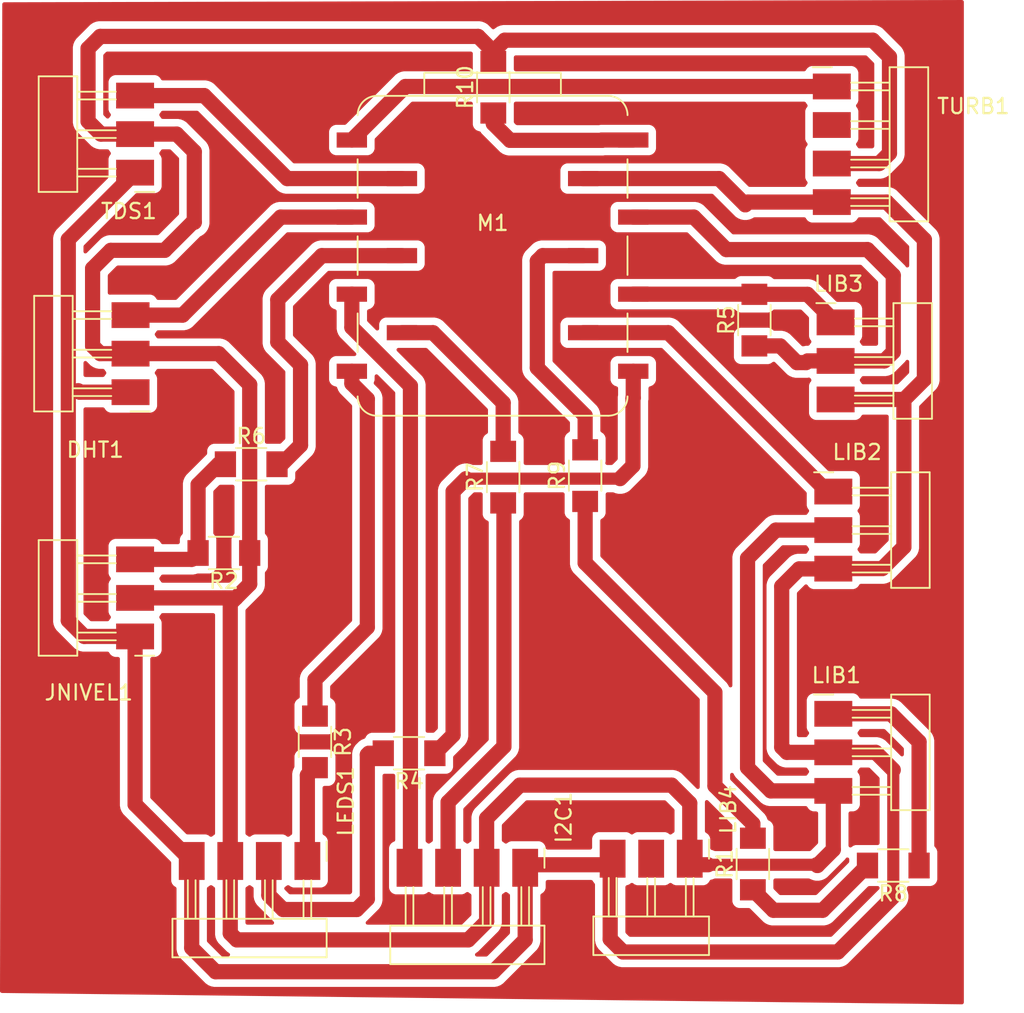
<source format=kicad_pcb>
(kicad_pcb
	(version 20240108)
	(generator "pcbnew")
	(generator_version "8.0")
	(general
		(thickness 1.6)
		(legacy_teardrops no)
	)
	(paper "A4")
	(layers
		(0 "F.Cu" signal)
		(31 "B.Cu" signal)
		(32 "B.Adhes" user "B.Adhesive")
		(33 "F.Adhes" user "F.Adhesive")
		(34 "B.Paste" user)
		(35 "F.Paste" user)
		(36 "B.SilkS" user "B.Silkscreen")
		(37 "F.SilkS" user "F.Silkscreen")
		(38 "B.Mask" user)
		(39 "F.Mask" user)
		(40 "Dwgs.User" user "User.Drawings")
		(41 "Cmts.User" user "User.Comments")
		(42 "Eco1.User" user "User.Eco1")
		(43 "Eco2.User" user "User.Eco2")
		(44 "Edge.Cuts" user)
		(45 "Margin" user)
		(46 "B.CrtYd" user "B.Courtyard")
		(47 "F.CrtYd" user "F.Courtyard")
		(48 "B.Fab" user)
		(49 "F.Fab" user)
		(50 "User.1" user)
		(51 "User.2" user)
		(52 "User.3" user)
		(53 "User.4" user)
		(54 "User.5" user)
		(55 "User.6" user)
		(56 "User.7" user)
		(57 "User.8" user)
		(58 "User.9" user)
	)
	(setup
		(pad_to_mask_clearance 0)
		(allow_soldermask_bridges_in_footprints no)
		(pcbplotparams
			(layerselection 0x00010fc_ffffffff)
			(plot_on_all_layers_selection 0x0000000_00000000)
			(disableapertmacros no)
			(usegerberextensions no)
			(usegerberattributes yes)
			(usegerberadvancedattributes yes)
			(creategerberjobfile yes)
			(dashed_line_dash_ratio 12.000000)
			(dashed_line_gap_ratio 3.000000)
			(svgprecision 4)
			(plotframeref no)
			(viasonmask no)
			(mode 1)
			(useauxorigin no)
			(hpglpennumber 1)
			(hpglpenspeed 20)
			(hpglpendiameter 15.000000)
			(pdf_front_fp_property_popups yes)
			(pdf_back_fp_property_popups yes)
			(dxfpolygonmode yes)
			(dxfimperialunits yes)
			(dxfusepcbnewfont yes)
			(psnegative no)
			(psa4output no)
			(plotreference yes)
			(plotvalue yes)
			(plotfptext yes)
			(plotinvisibletext no)
			(sketchpadsonfab no)
			(subtractmaskfromsilk no)
			(outputformat 1)
			(mirror no)
			(drillshape 0)
			(scaleselection 1)
			(outputdirectory "../GER/")
		)
	)
	(net 0 "")
	(net 1 "PWR_5V")
	(net 2 "PWR_GND")
	(net 3 "SDA")
	(net 4 "SCL")
	(net 5 "MOSI")
	(net 6 "RX")
	(net 7 "PWR_3V3")
	(net 8 "TX")
	(net 9 "MISO")
	(net 10 "SCK")
	(net 11 "TDS")
	(net 12 "DHT")
	(net 13 "NIVEL")
	(net 14 "unconnected-(LIB4-Pin_2-Pad2)")
	(net 15 "TURBIDITY")
	(net 16 "Net-(LEDS1-Pin_2)")
	(net 17 "Net-(LEDS1-Pin_1)")
	(net 18 "unconnected-(TURB1-Pin_2-Pad2)")
	(net 19 "Net-(JNIVEL1-Pin_3)")
	(net 20 "Net-(I2C1-Pin_3)")
	(net 21 "Net-(LIB1-Pin_1)")
	(net 22 "Net-(R1-Pad1)")
	(net 23 "Net-(R1-Pad2)")
	(net 24 "Net-(M1-5V)")
	(footprint "fab:SeeedStudio_XIAO_SocketSMD" (layer "F.Cu") (at 137.35 81.8))
	(footprint "fab:R_1206" (layer "F.Cu") (at 119.65 101.4 180))
	(footprint "fab:R_1206" (layer "F.Cu") (at 163.75 122 180))
	(footprint "fab:PinHeader_1x03_P2.54mm_Horizontal_SMD" (layer "F.Cu") (at 159.8 97.35))
	(footprint "fab:PinHeader_1x04_P2.54mm_Horizontal_SMD" (layer "F.Cu") (at 159.7 70.65))
	(footprint "fab:R_1206" (layer "F.Cu") (at 137.4 70.7 90))
	(footprint "fab:PinHeader_1x03_P2.54mm_Horizontal_SMD" (layer "F.Cu") (at 159.95 86.2))
	(footprint "fab:R_1206" (layer "F.Cu") (at 154.6 86.05 90))
	(footprint "fab:R_1206" (layer "F.Cu") (at 143.45 96.3 90))
	(footprint "fab:PinHeader_1x03_P2.54mm_Horizontal_SMD" (layer "F.Cu") (at 150.34 121.55 -90))
	(footprint "fab:R_1206" (layer "F.Cu") (at 154.5 121.9 90))
	(footprint "fab:R_1206" (layer "F.Cu") (at 125.65 113.85 -90))
	(footprint "fab:PinHeader_1x04_P2.54mm_Horizontal_SMD" (layer "F.Cu") (at 139.5 122.15 -90))
	(footprint "fab:PinHeader_1x03_P2.54mm_Horizontal_SMD" (layer "F.Cu") (at 113.5 90.8 180))
	(footprint "fab:R_1206" (layer "F.Cu") (at 121.45 95.55))
	(footprint "fab:PinHeader_1x04_P2.54mm_Horizontal_SMD" (layer "F.Cu") (at 125.15 121.7 -90))
	(footprint "fab:PinHeader_1x03_P2.54mm_Horizontal_SMD" (layer "F.Cu") (at 113.8 106.9 180))
	(footprint "fab:PinHeader_1x03_P2.54mm_Horizontal_SMD" (layer "F.Cu") (at 159.8 112))
	(footprint "fab:R_1206" (layer "F.Cu") (at 138.05 96.4 90))
	(footprint "fab:R_1206" (layer "F.Cu") (at 131.85 114.6 180))
	(footprint "fab:PinHeader_1x03_P2.54mm_Horizontal_SMD" (layer "F.Cu") (at 113.8 76.33 180))
	(segment
		(start 112.2 81.45)
		(end 115.75 81.45)
		(width 1)
		(layer "F.Cu")
		(net 1)
		(uuid "0547c163-f0d0-4239-83b4-c0b720269994")
	)
	(segment
		(start 111.5 67.35)
		(end 136.4 67.35)
		(width 1)
		(layer "F.Cu")
		(net 1)
		(uuid "067126aa-c27c-4551-b7ac-415942989d89")
	)
	(segment
		(start 150.34 121.55)
		(end 150.74 121.95)
		(width 1)
		(layer "F.Cu")
		(net 1)
		(uuid "0e9387c0-31c6-4706-9063-b4fe3f59bb67")
	)
	(segment
		(start 111.55 73.79)
		(end 110.7 72.94)
		(width 1)
		(layer "F.Cu")
		(net 1)
		(uuid "1948c625-a9bd-48db-8caf-b83e48f450d2")
	)
	(segment
		(start 156.01 99.89)
		(end 154.15 101.75)
		(width 1)
		(layer "F.Cu")
		(net 1)
		(uuid "1974b3fe-9e45-4672-84b8-eea6acdf546a")
	)
	(segment
		(start 121.35 90.3)
		(end 119.31 88.26)
		(width 1)
		(layer "F.Cu")
		(net 1)
		(uuid "1c69915c-723d-412e-9c55-2c9d9a1a7e9a")
	)
	(segment
		(start 154.15 101.75)
		(end 154.15 115.55)
		(width 1)
		(layer "F.Cu")
		(net 1)
		(uuid "233a7cf4-c568-481c-bf21-e6d523e475a3")
	)
	(segment
		(start 158.75 122)
		(end 158.7 121.95)
		(width 1)
		(layer "F.Cu")
		(net 1)
		(uuid "288560aa-9f93-404b-9f18-a46c13f6b174")
	)
	(segment
		(start 138.15 67.6)
		(end 137.4 68.35)
		(width 1)
		(layer "F.Cu")
		(net 1)
		(uuid "28909af5-c89e-4cd5-8e85-742880a4dbfe")
	)
	(segment
		(start 154.15 115.55)
		(end 155.68 117.08)
		(width 1)
		(layer "F.Cu")
		(net 1)
		(uuid "2e7c51da-23e6-4c11-81e5-f4b145667ded")
	)
	(segment
		(start 121.35 103.45)
		(end 121.35 101.4)
		(width 1)
		(layer "F.Cu")
		(net 1)
		(uuid "311c0fc4-395e-4341-948d-c0a723791332")
	)
	(segment
		(start 120.5 126.9)
		(end 135.75 126.9)
		(width 1)
		(layer "F.Cu")
		(net 1)
		(uuid "33e07817-0372-449a-8b36-c47224f1ada7")
	)
	(segment
		(start 162.4 67.6)
		(end 138.15 67.6)
		(width 1)
		(layer "F.Cu")
		(net 1)
		(uuid "3bad5bf6-0423-4474-9088-019c620a641d")
	)
	(segment
		(start 120.07 126.47)
		(end 120.5 126.9)
		(width 1)
		(layer "F.Cu")
		(net 1)
		(uuid "3ff3d706-149a-49c1-91fa-7b4792a6d505")
	)
	(segment
		(start 155.68 117.08)
		(end 159.8 117.08)
		(width 1)
		(layer "F.Cu")
		(net 1)
		(uuid "4607aecd-1b7d-4bed-8f0c-83276d73932d")
	)
	(segment
		(start 120.44 104.36)
		(end 120.07 104.73)
		(width 1)
		(layer "F.Cu")
		(net 1)
		(uuid "4fe6452a-9766-4c3f-a0e5-5ba8810624c2")
	)
	(segment
		(start 150.74 121.95)
		(end 151.55 121.95)
		(width 1)
		(layer "F.Cu")
		(net 1)
		(uuid "503bf031-fd9a-4057-aa25-4e2bf3d8f2ca")
	)
	(segment
		(start 159.8 99.89)
		(end 156.01 99.89)
		(width 1)
		(layer "F.Cu")
		(net 1)
		(uuid "50af626b-4c32-44a9-933e-6f3d60241ec8")
	)
	(segment
		(start 163.5 75.05)
		(end 163.5 68.7)
		(width 1)
		(layer "F.Cu")
		(net 1)
		(uuid "50b27c56-6175-40eb-ae53-c06425098e33")
	)
	(segment
		(start 150.34 121.55)
		(end 150.34 117.89)
		(width 1)
		(layer "F.Cu")
		(net 1)
		(uuid "57ae4d4f-59bb-4d24-804d-eb859194623b")
	)
	(segment
		(start 111.51 88.26)
		(end 111 87.75)
		(width 1)
		(layer "F.Cu")
		(net 1)
		(uuid "64422984-51a5-436a-9c7e-bc7e1c4a5ade")
	)
	(segment
		(start 110.7 68.15)
		(end 111.5 67.35)
		(width 1)
		(layer "F.Cu")
		(net 1)
		(uuid "694a3dbf-6194-4bd2-a8cc-3209e4e9e498")
	)
	(segment
		(start 116.54 73.79)
		(end 113.8 73.79)
		(width 1)
		(layer "F.Cu")
		(net 1)
		(uuid "699cb05b-e0f7-4e75-a5f6-eee493322021")
	)
	(segment
		(start 136.96 118.89)
		(end 136.96 122.15)
		(width 1)
		(layer "F.Cu")
		(net 1)
		(uuid "6b827b89-ce82-42cb-9abb-43c6418e5559")
	)
	(segment
		(start 120.07 104.73)
		(end 120.07 121.7)
		(width 1)
		(layer "F.Cu")
		(net 1)
		(uuid "6dd6fc5c-96bc-4a8f-952e-e6801f29d5c4")
	)
	(segment
		(start 113.8 73.79)
		(end 111.55 73.79)
		(width 1)
		(layer "F.Cu")
		(net 1)
		(uuid "6eccb937-5a0f-4301-acc7-7f640df3e16d")
	)
	(segment
		(start 120.44 104.36)
		(end 121.35 103.45)
		(width 1)
		(layer "F.Cu")
		(net 1)
		(uuid "7e368085-c10a-4e82-885c-5a0fd619008b")
	)
	(segment
		(start 149.15 116.7)
		(end 139.15 116.7)
		(width 1)
		(layer "F.Cu")
		(net 1)
		(uuid "857cdd1c-4a3b-427b-9b7d-364c0b5ef53f")
	)
	(segment
		(start 159.8 117.08)
		(end 159.8 120.95)
		(width 1)
		(layer "F.Cu")
		(net 1)
		(uuid "8a83ce68-9a06-4603-aef8-12a22bc053d2")
	)
	(segment
		(start 120.07 121.7)
		(end 120.07 126.47)
		(width 1)
		(layer "F.Cu")
		(net 1)
		(uuid "8cc441ab-87fc-4d60-8fcd-b428ba97b7ef")
	)
	(segment
		(start 135.75 126.9)
		(end 136.96 125.69)
		(width 1)
		(layer "F.Cu")
		(net 1)
		(uuid "971ac1ce-7a37-44df-8a9c-107c7a9123f6")
	)
	(segment
		(start 158.7 121.95)
		(end 151.55 121.95)
		(width 0.8)
		(layer "F.Cu")
		(net 1)
		(uuid "9a3f659c-0392-415b-b27e-ed27bce22045")
	)
	(segment
		(start 159.7 75.73)
		(end 162.82 75.73)
		(width 1)
		(layer "F.Cu")
		(net 1)
		(uuid "9fdf037b-a478-473b-af21-b3a739eef035")
	)
	(segment
		(start 139.15 116.7)
		(end 136.96 118.89)
		(width 1)
		(layer "F.Cu")
		(net 1)
		(uuid "a0f3fa19-ba33-48d5-9261-baa7051f94cb")
	)
	(segment
		(start 113.5 88.26)
		(end 111.51 88.26)
		(width 1)
		(layer "F.Cu")
		(net 1)
		(uuid "a3119a03-d36d-424a-9f35-817872f8bb19")
	)
	(segment
		(start 137.4 68.35)
		(end 137.4 69)
		(width 1)
		(layer "F.Cu")
		(net 1)
		(uuid "a4cbb7f6-b6b7-4d19-8e4e-11e4b4dea3f8")
	)
	(segment
		(start 150.34 117.89)
		(end 149.15 116.7)
		(width 1)
		(layer "F.Cu")
		(net 1)
		(uuid "ac288814-51ba-48f9-a395-5cacfcb50b58")
	)
	(segment
		(start 111 82.65)
		(end 112.2 81.45)
		(width 1)
		(layer "F.Cu")
		(net 1)
		(uuid "b1358e35-da8c-4f3b-878b-a62fc9342642")
	)
	(segment
		(start 111 87.75)
		(end 111 82.65)
		(width 1)
		(layer "F.Cu")
		(net 1)
		(uuid "b2755179-c601-42ae-af82-de8d09a63be7")
	)
	(segment
		(start 115.75 81.45)
		(end 117.6 79.6)
		(width 1)
		(layer "F.Cu")
		(net 1)
		(uuid "b376fe9c-2266-4ea2-91c8-854d8a8f76ee")
	)
	(segment
		(start 117.6 79.6)
		(end 117.7 79.6)
		(width 1)
		(layer "F.Cu")
		(net 1)
		(uuid "b51c2c78-236d-4ba0-8219-80b38a7c3429")
	)
	(segment
		(start 159.8 120.95)
		(end 158.75 122)
		(width 1)
		(layer "F.Cu")
		(net 1)
		(uuid "c296e0c8-f223-4e30-85d3-b41d231f3ad2")
	)
	(segment
		(start 119.31 88.26)
		(end 113.5 88.26)
		(width 1)
		(layer "F.Cu")
		(net 1)
		(uuid "c3e624d6-05a7-48ef-be89-78191e1c7269")
	)
	(segment
		(start 117.7 79.6)
		(end 117.7 74.95)
		(width 1)
		(layer "F.Cu")
		(net 1)
		(uuid "ca394656-6268-467c-90a5-902c7579d2e2")
	)
	(segment
		(start 110.7 72.94)
		(end 110.7 68.15)
		(width 1)
		(layer "F.Cu")
		(net 1)
		(uuid "cbb27822-9292-4ed4-80b0-5f624f3af2e3")
	)
	(segment
		(start 163.5 68.7)
		(end 162.4 67.6)
		(width 1)
		(layer "F.Cu")
		(net 1)
		(uuid "d0b0df0c-3be3-448f-9261-66547a67b63a")
	)
	(segment
		(start 113.8 104.36)
		(end 120.44 104.36)
		(width 1)
		(layer "F.Cu")
		(net 1)
		(uuid "d0e77390-2679-4a8e-b823-795df27ee031")
	)
	(segment
		(start 136.96 125.69)
		(end 136.96 122.15)
		(width 1)
		(layer "F.Cu")
		(net 1)
		(uuid "d3240d71-be4e-4492-aefa-dcefd2237a11")
	)
	(segment
		(start 162.82 75.73)
		(end 163.5 75.05)
		(width 1)
		(layer "F.Cu")
		(net 1)
		(uuid "d7e40bab-ad38-4ced-aa52-f0cd8a7bb10a")
	)
	(segment
		(start 117.7 74.95)
		(end 116.54 73.79)
		(width 1)
		(layer "F.Cu")
		(net 1)
		(uuid "ed83e556-27ae-4287-ad9b-790080b865ad")
	)
	(segment
		(start 136.4 67.35)
		(end 137.4 68.35)
		(width 1)
		(layer "F.Cu")
		(net 1)
		(uuid "ee9c3fc3-f5c3-4b83-acc6-401cb5442a09")
	)
	(segment
		(start 121.35 101.4)
		(end 121.35 90.3)
		(width 1)
		(layer "F.Cu")
		(net 1)
		(uuid "f85faf4e-3524-4a99-bb66-4c7f0304e2e2")
	)
	(segment
		(start 154.18 78.27)
		(end 159.7 78.27)
		(width 1)
		(layer "F.Cu")
		(net 2)
		(uuid "02202e39-8349-4294-804d-922db7982596")
	)
	(segment
		(start 154 78.45)
		(end 154.18 78.27)
		(width 1)
		(layer "F.Cu")
		(net 2)
		(uuid "038e23fa-b1c0-45a9-aedd-6c3e880955f8")
	)
	(segment
		(start 163.32 78.27)
		(end 165.8 80.75)
		(width 1)
		(layer "F.Cu")
		(net 2)
		(uuid "0606b122-b8c4-44cc-9e5d-463fc343a2f6")
	)
	(segment
		(start 110.05 90.7)
		(end 110.15 90.8)
		(width 1)
		(layer "F.Cu")
		(net 2)
		(uuid "06acc230-fbd2-49a1-bfa8-b637e489a5c7")
	)
	(segment
		(start 139.7 121.95)
		(end 145.1 121.95)
		(width 1)
		(layer "F.Cu")
		(net 2)
		(uuid "079adda3-095a-4897-8e4f-d2d0495a9826")
	)
	(segment
		(start 160.1 127.7)
		(end 163.75 124.05)
		(width 1)
		(layer "F.Cu")
		(net 2)
		(uuid "0d6efac1-d145-4c06-bd43-f9f75e247f5d")
	)
	(segment
		(start 159.7 78.27)
		(end 163.32 78.27)
		(width 1)
		(layer "F.Cu")
		(net 2)
		(uuid "127605ec-2ed6-462e-b4a8-9ade5063881c")
	)
	(segment
		(start 152.27 76.72)
		(end 154 78.45)
		(width 1)
		(layer "F.Cu")
		(net 2)
		(uuid "1bf89380-a30f-40ce-808d-55e19a62a03b")
	)
	(segment
		(start 110.15 90.8)
		(end 113.5 90.8)
		(width 1)
		(layer "F.Cu")
		(net 2)
		(uuid "23c7acb8-ad74-4d3e-84aa-23120c4bb7a4")
	)
	(segment
		(start 163.02 102.43)
		(end 164.45 101)
		(width 1)
		(layer "F.Cu")
		(net 2)
		(uuid "35569c3d-0e8c-434a-98b0-e67eec695602")
	)
	(segment
		(start 113.8 117.97)
		(end 117.53 121.7)
		(width 1)
		(layer "F.Cu")
		(net 2)
		(uuid "3d337c5f-d2a1-4861-a5c6-22402b59454f")
	)
	(segment
		(start 139.5 126.9)
		(end 139.5 122.15)
		(width 1)
		(layer "F.Cu")
		(net 2)
		(uuid "3fd23799-41dc-4fff-82a4-f2c6a5e9e856")
	)
	(segment
		(start 109.4 80.73)
		(end 109.4 105.85)
		(width 1)
		(layer "F.Cu")
		(net 2)
		(uuid "42ac4402-55b9-44b2-9203-3e6058e90979")
	)
	(segment
		(start 113.8 76.33)
		(end 109.4 80.73)
		(width 1)
		(layer "F.Cu")
		(net 2)
		(uuid "43bdb013-90bf-40e8-a70d-4a58ef24d5d0")
	)
	(segment
		(start 139.5 122.15)
		(end 139.7 121.95)
		(width 1)
		(layer "F.Cu")
		(net 2)
		(uuid "47e39528-8472-40eb-8fa8-7d0689f180b3")
	)
	(segment
		(start 163.75 124.05)
		(end 163.75 115.7)
		(width 0.8)
		(layer "F.Cu")
		(net 2)
		(uuid "4becb535-7f24-4470-b9aa-e6012ff59ffb")
	)
	(segment
		(start 145.95 127.7)
		(end 160.1 127.7)
		(width 1)
		(layer "F.Cu")
		(net 2)
		(uuid "559a14e6-0634-452b-86de-8a4e5ca4a546")
	)
	(segment
		(start 117.53 121.7)
		(end 117.53 127.43)
		(width 1)
		(layer "F.Cu")
		(net 2)
		(uuid "5a477a08-3739-4848-9ad3-0e05b5bc1058")
	)
	(segment
		(start 164.43 91.28)
		(end 159.95 91.28)
		(width 1)
		(layer "F.Cu")
		(net 2)
		(uuid "5aaddbe6-5d60-4453-abab-9d533fdf13ed")
	)
	(segment
		(start 163.75 115.7)
		(end 162.59 114.54)
		(width 1)
		(layer "F.Cu")
		(net 2)
		(uuid "60a480ac-3b40-4fa9-b34d-f2c4429a706f")
	)
	(segment
		(start 156.4 114.2)
		(end 156.4 103.6)
		(width 1)
		(layer "F.Cu")
		(net 2)
		(uuid "6f986d1b-5fa9-4fb5-9a58-31f63915996b")
	)
	(segment
		(start 156.74 114.54)
		(end 156.4 114.2)
		(width 1)
		(layer "F.Cu")
		(net 2)
		(uuid "6fb7b173-3113-4741-9744-a0cf0860f2b9")
	)
	(segment
		(start 143.32 76.72)
		(end 152.27 76.72)
		(width 1)
		(layer "F.Cu")
		(net 2)
		(uuid "74047137-9ada-4b91-861a-78de3c42ff4d")
	)
	(segment
		(start 157.55 102.45)
		(end 159.78 102.45)
		(width 1)
		(layer "F.Cu")
		(net 2)
		(uuid "76e6bb11-ffd8-492b-bf90-9f450b9a0047")
	)
	(segment
		(start 165.8 89.95)
		(end 164.45 91.3)
		(width 1)
		(layer "F.Cu")
		(net 2)
		(uuid "78638ecf-0b08-4157-85dc-40751912923b")
	)
	(segment
		(start 159.8 102.43)
		(end 163.02 102.43)
		(width 1)
		(layer "F.Cu")
		(net 2)
		(uuid "7b024cc2-08bc-48f3-80d4-305558a9eef8")
	)
	(segment
		(start 159.8 114.54)
		(end 156.74 114.54)
		(width 1)
		(layer "F.Cu")
		(net 2)
		(uuid "8344a2d6-5ac1-4cf3-8666-7e85f0527075")
	)
	(segment
		(start 119.1 129)
		(end 137.4 129)
		(width 1)
		(layer "F.Cu")
		(net 2)
		(uuid "90a1bebd-8f93-474d-acb8-9fb60070e5d8")
	)
	(segment
		(start 137.4 129)
		(end 139.5 126.9)
		(width 1)
		(layer "F.Cu")
		(net 2)
		(uuid "a458cba0-13b1-4694-94b7-4e1b3cf6eece")
	)
	(segment
		(start 113.8 106.9)
		(end 113.8 117.97)
		(width 1)
		(layer "F.Cu")
		(net 2)
		(uuid "ac890db0-d406-47be-8758-90e2a1c63ce9")
	)
	(segment
		(start 162.59 114.54)
		(end 159.8 114.54)
		(width 1)
		(layer "F.Cu")
		(net 2)
		(uuid "ad561638-fcd1-4f69-bc29-ee108c27fa5e")
	)
	(segment
		(start 164.45 91.3)
		(end 164.43 91.28)
		(width 1)
		(layer "F.Cu")
		(net 2)
		(uuid "b3246094-2386-460d-a1de-aa7e8cc5d80d")
	)
	(segment
		(start 110.45 106.9)
		(end 113.8 106.9)
		(width 1)
		(layer "F.Cu")
		(net 2)
		(uuid "b8cab1c3-72f0-455f-a7f0-7a142f0631da")
	)
	(segment
		(start 159.78 102.45)
		(end 159.8 102.43)
		(width 1)
		(layer "F.Cu")
		(net 2)
		(uuid "bb3b17a5-35e5-4164-a4f2-deccbf194782")
	)
	(segment
		(start 117.53 127.43)
		(end 119.1 129)
		(width 1)
		(layer "F.Cu")
		(net 2)
		(uuid "c4e60e5a-8b75-4ae0-9aa8-6c0189bd121c")
	)
	(segment
		(start 164.45 101)
		(end 164.45 91.3)
		(width 1)
		(layer "F.Cu")
		(net 2)
		(uuid "cab8c3fd-7ac7-4593-9c7d-f5b2937df5b0")
	)
	(segment
		(start 165.8 80.75)
		(end 165.8 89.95)
		(width 1)
		(layer "F.Cu")
		(net 2)
		(uuid "d833ebce-ae4a-4d17-8c1e-385f5e095687")
	)
	(segment
		(start 109.4 105.85)
		(end 110.45 106.9)
		(width 1)
		(layer "F.Cu")
		(net 2)
		(uuid "dfa3fbac-c3a3-4f2a-ad0c-22b12b465d10")
	)
	(segment
		(start 145.1 121.95)
		(end 145.1 126.85)
		(width 1)
		(layer "F.Cu")
		(net 2)
		(uuid "f3bd9c39-3234-4843-987f-552ff7b0b7f9")
	)
	(segment
		(start 156.4 103.6)
		(end 157.55 102.45)
		(width 1)
		(layer "F.Cu")
		(net 2)
		(uuid "fb6013c1-4690-4eb7-9633-91058802450b")
	)
	(segment
		(start 145.1 126.85)
		(end 145.95 127.7)
		(width 1)
		(layer "F.Cu")
		(net 2)
		(uuid "fc6bdea1-8adb-46cb-8820-37251f56a124")
	)
	(segment
		(start 128.08 86.53)
		(end 128.08 84.34)
		(width 1)
		(layer "F.Cu")
		(net 3)
		(uuid "13836571-4f35-4192-91a1-4ba1d0bd2b3b")
	)
	(segment
		(start 131.88 122.15)
		(end 131.94 122.09)
		(width 1)
		(layer "F.Cu")
		(net 3)
		(uuid "2a615202-a52d-418a-86da-9f8c258696d2")
	)
	(segment
		(start 131.94 122.09)
		(end 131.94 90.39)
		(width 1)
		(layer "F.Cu")
		(net 3)
		(uuid "6e764d97-e7d3-4a95-82fe-cb7c68f6b538")
	)
	(segment
		(start 131.94 90.39)
		(end 128.08 86.53)
		(width 1)
		(layer "F.Cu")
		(net 3)
		(uuid "a9474e2d-9048-4c1c-8102-717f82fbc520")
	)
	(segment
		(start 131.88 122.15)
		(end 132.15 121.88)
		(width 1)
		(layer "F.Cu")
		(net 3)
		(uuid "e0ac620b-403b-4d34-8e31-a608a1fd0365")
	)
	(segment
		(start 133.43 86.88)
		(end 131.38 86.88)
		(width 1)
		(layer "F.Cu")
		(net 4)
		(uuid "7ab99beb-0590-448b-82d2-1fbe4b4dcbd8")
	)
	(segment
		(start 138.05 91.5)
		(end 133.43 86.88)
		(width 1)
		(layer "F.Cu")
		(net 4)
		(uuid "a3ce71b1-2927-47b8-92cf-137743bf3331")
	)
	(segment
		(start 138.05 94.7)
		(end 138.05 91.5)
		(width 1)
		(layer "F.Cu")
		(net 4)
		(uuid "f78165bf-3605-40ba-93ef-d27f32d09aa7")
	)
	(segment
		(start 140.3 89.2)
		(end 140.3 82.15)
		(width 1)
		(layer "F.Cu")
		(net 5)
		(uuid "08c0b4ff-71dd-4aed-88a3-c62fa5ce17cd")
	)
	(segment
		(start 140.3 82.15)
		(end 140.65 81.8)
		(width 1)
		(layer "F.Cu")
		(net 5)
		(uuid "11ad3047-ae0a-49a3-8251-c53ad319ba5a")
	)
	(segment
		(start 143.45 92.35)
		(end 140.3 89.2)
		(width 1)
		(layer "F.Cu")
		(net 5)
		(uuid "514911ef-b6d3-4b87-b471-ef0ddf2a485c")
	)
	(segment
		(start 143.45 94.6)
		(end 143.45 92.35)
		(width 1)
		(layer "F.Cu")
		(net 5)
		(uuid "56fa9303-91b5-4682-af7a-b24f0d9baba0")
	)
	(segment
		(start 140.65 81.8)
		(end 143.32 81.8)
		(width 1)
		(layer "F.Cu")
		(net 5)
		(uuid "fdc1208a-86dd-4933-bb18-46f159403308")
	)
	(segment
		(start 135.6 96.5)
		(end 145.75 96.5)
		(width 0.8)
		(layer "F.Cu")
		(net 6)
		(uuid "0df95c48-1265-4a3e-9634-2e8131401614")
	)
	(segment
		(start 133.55 114.6)
		(end 134.75 113.4)
		(width 1)
		(layer "F.Cu")
		(net 6)
		(uuid "0ff0e2b7-859b-45c3-82e9-a3b5ea92aaca")
	)
	(segment
		(start 134.75 113.4)
		(end 134.75 97.35)
		(width 1)
		(layer "F.Cu")
		(net 6)
		(uuid "2a8be1de-6ff3-4bac-a4c1-9320d1ff1b40")
	)
	(segment
		(start 146.6 91.2)
		(end 146.62 91.18)
		(width 1)
		(layer "F.Cu")
		(net 6)
		(uuid "674e48ac-b278-42e2-8bda-aee1019651a7")
	)
	(segment
		(start 134.75 97.35)
		(end 135.6 96.5)
		(width 1)
		(layer "F.Cu")
		(net 6)
		(uuid "679548db-2bb9-4205-805b-2cf7a8f944cb")
	)
	(segment
		(start 145.75 96.5)
		(end 146.6 95.65)
		(width 1)
		(layer "F.Cu")
		(net 6)
		(uuid "6c4fad70-b9bf-42df-926f-2da18fb3855a")
	)
	(segment
		(start 146.6 95.65)
		(end 146.6 91.2)
		(width 1)
		(layer "F.Cu")
		(net 6)
		(uuid "8b90aeb2-cf0a-4535-b32a-c5be9cc44084")
	)
	(segment
		(start 146.62 91.18)
		(end 146.62 89.42)
		(width 1)
		(layer "F.Cu")
		(net 6)
		(uuid "99de1826-976e-483f-bd0d-4fcf8096491e")
	)
	(segment
		(start 150.61 79.26)
		(end 146.62 79.26)
		(width 1)
		(layer "F.Cu")
		(net 7)
		(uuid "42da41da-843c-43c1-8d37-a4c84bbf07d9")
	)
	(segment
		(start 159.95 88.74)
		(end 163.16 88.74)
		(width 1)
		(layer "F.Cu")
		(net 7)
		(uuid "5a1f8f38-12fc-4487-8ede-9758100c02e6")
	)
	(segment
		(start 163.75 83.1)
		(end 162.05 81.4)
		(width 1)
		(layer "F.Cu")
		(net 7)
		(uuid "5cdc7536-ff19-47a1-8054-3549b5ca47e1")
	)
	(segment
		(start 156.3 87.75)
		(end 157.4 88.85)
		(width 1)
		(layer "F.Cu")
		(net 7)
		(uuid "5fedcc3d-5f5c-4f1a-ab95-e707955176b5")
	)
	(segment
		(start 154.6 87.75)
		(end 156.3 87.75)
		(width 1)
		(layer "F.Cu")
		(net 7)
		(uuid "602799c1-dedc-4fbb-b00b-6b52f47949b3")
	)
	(segment
		(start 158 88.85)
		(end 158.11 88.74)
		(width 1)
		(layer "F.Cu")
		(net 7)
		(uuid "6c515149-b0c5-4602-b396-a00e1d8b9669")
	)
	(segment
		(start 158.11 88.74)
		(end 159.95 88.74)
		(width 1)
		(layer "F.Cu")
		(net 7)
		(uuid "7133d610-8201-4612-bcd1-d8db32ae2f53")
	)
	(segment
		(start 157.4 88.85)
		(end 158 88.85)
		(width 1)
		(layer "F.Cu")
		(net 7)
		(uuid "7f6f1808-f6e3-4e9d-b14f-a24916b00e6b")
	)
	(segment
		(start 162.05 81.4)
		(end 152.75 81.4)
		(width 1)
		(layer "F.Cu")
		(net 7)
		(uuid "b5aa3319-a695-47e7-b8a2-63a59547ae32")
	)
	(segment
		(start 163.16 88.74)
		(end 163.75 88.15)
		(width 1)
		(layer "F.Cu")
		(net 7)
		(uuid "ce7cfd1a-bb39-4dfa-95f2-80ebb4ad70a1")
	)
	(segment
		(start 163.75 88.15)
		(end 163.75 83.1)
		(width 1)
		(layer "F.Cu")
		(net 7)
		(uuid "dd4fa5ab-88fb-4dd7-9a71-060929e44be6")
	)
	(segment
		(start 152.75 81.4)
		(end 150.61 79.26)
		(width 1)
		(layer "F.Cu")
		(net 7)
		(uuid "dea2aa3b-1f22-4991-afcc-8615b5c72013")
	)
	(segment
		(start 125.65 109.75)
		(end 129.1 106.3)
		(width 1)
		(layer "F.Cu")
		(net 8)
		(uuid "162ec300-c5eb-448e-8554-2496410dbfdd")
	)
	(segment
		(start 129.1 91.25)
		(end 128.08 90.23)
		(width 1)
		(layer "F.Cu")
		(net 8)
		(uuid "2c117b21-3e31-48da-b756-4b794d469f66")
	)
	(segment
		(start 125.65 112.15)
		(end 125.65 109.75)
		(width 1)
		(layer "F.Cu")
		(net 8)
		(uuid "746bc62b-d507-42ae-b669-58a2caab600a")
	)
	(segment
		(start 129.1 106.3)
		(end 129.1 91.25)
		(width 1)
		(layer "F.Cu")
		(net 8)
		(uuid "7c556e0f-80cf-42cd-9659-e34de349c094")
	)
	(segment
		(start 128.08 90.23)
		(end 128.08 89.42)
		(width 1)
		(layer "F.Cu")
		(net 8)
		(uuid "cf2a2e7d-167a-47c9-bb23-0f7c3068a21a")
	)
	(segment
		(start 154.6 84.35)
		(end 158.1 84.35)
		(width 1)
		(layer "F.Cu")
		(net 9)
		(uuid "1d2025be-27f8-4a4c-86e8-137b5168b2d5")
	)
	(segment
		(start 154.59 84.34)
		(end 154.6 84.35)
		(width 1)
		(layer "F.Cu")
		(net 9)
		(uuid "44f5e954-f1d3-4c25-a30a-9cc749836dfd")
	)
	(segment
		(start 146.62 84.34)
		(end 154.59 84.34)
		(width 1)
		(layer "F.Cu")
		(net 9)
		(uuid "b69adbae-2087-4722-a8c9-b8d73176dada")
	)
	(segment
		(start 158.1 84.35)
		(end 159.95 86.2)
		(width 1)
		(layer "F.Cu")
		(net 9)
		(uuid "cae5f1d2-0975-4656-b84a-ad0d8871ba50")
	)
	(segment
		(start 143.32 86.88)
		(end 148.93 86.88)
		(width 1)
		(layer "F.Cu")
		(net 10)
		(uuid "3b1720be-78b1-4404-a440-7988d04050cf")
	)
	(segment
		(start 159.4 97.35)
		(end 159.8 97.35)
		(width 1)
		(layer "F.Cu")
		(net 10)
		(uuid "42d88e28-dd25-47c9-810d-63465a2102c9")
	)
	(segment
		(start 148.93 86.88)
		(end 159.4 97.35)
		(width 1)
		(layer "F.Cu")
		(net 10)
		(uuid "cb67fdc2-3c13-4681-8913-60090f452b35")
	)
	(segment
		(start 131.38 76.72)
		(end 123.82 76.72)
		(width 1)
		(layer "F.Cu")
		(net 11)
		(uuid "5bdf4679-7bc3-40af-847f-fcceced7d257")
	)
	(segment
		(start 123.82 76.72)
		(end 118.35 71.25)
		(width 1)
		(layer "F.Cu")
		(net 11)
		(uuid "b03cdf56-24f1-4837-b518-235a33f2829e")
	)
	(segment
		(start 118.35 71.25)
		(end 113.8 71.25)
		(width 1)
		(layer "F.Cu")
		(net 11)
		(uuid "fbce7c96-c953-4e51-8ac7-816bc63e064e")
	)
	(segment
		(start 123.39 79.26)
		(end 116.93 85.72)
		(width 1)
		(layer "F.Cu")
		(net 12)
		(uuid "9d9ee7bb-d0f3-4e50-851a-2b0640e3999e")
	)
	(segment
		(start 116.93 85.72)
		(end 113.5 85.72)
		(width 1)
		(layer "F.Cu")
		(net 12)
		(uuid "cf546401-26d0-426a-9a43-ce78926a864b")
	)
	(segment
		(start 128.08 79.26)
		(end 123.39 79.26)
		(width 1)
		(layer "F.Cu")
		(net 12)
		(uuid "f22cdf1e-13b3-4487-a614-0067f445db9e")
	)
	(segment
		(start 123.45 95.55)
		(end 124.7 94.3)
		(width 1)
		(layer "F.Cu")
		(net 13)
		(uuid "0f2f7f41-7c7a-44bf-977a-22f0b4a7af2a")
	)
	(segment
		(start 123.2 87.5)
		(end 124.7 89)
		(width 1)
		(layer "F.Cu")
		(net 13)
		(uuid "47bc15f8-94a1-43cf-b1c7-bfa745a2232e")
	)
	(segment
		(start 123.2 84.7)
		(end 123.2 87.5)
		(width 1)
		(layer "F.Cu")
		(net 13)
		(uuid "5570a9f9-1b4f-470b-b471-80e5e709af3b")
	)
	(segment
		(start 123.15 95.55)
		(end 123.45 95.55)
		(width 1)
		(layer "F.Cu")
		(net 13)
		(uuid "a07d4c51-483d-4aee-8f68-4318ea6732c5")
	)
	(segment
		(start 131.38 81.8)
		(end 126.1 81.8)
		(width 1)
		(layer "F.Cu")
		(net 13)
		(uuid "c91876c6-1002-4020-9e3e-937d03b26b93")
	)
	(segment
		(start 124.7 89)
		(end 124.7 94.3)
		(width 1)
		(layer "F.Cu")
		(net 13)
		(uuid "cf737b80-7054-417b-9744-1cac9f68ace3")
	)
	(segment
		(start 126.1 81.8)
		(end 123.2 84.7)
		(width 1)
		(layer "F.Cu")
		(net 13)
		(uuid "efee0f05-c5a2-450a-b1da-df83897b9391")
	)
	(segment
		(start 131.61 70.65)
		(end 128.08 74.18)
		(width 1)
		(layer "F.Cu")
		(net 15)
		(uuid "ba5df422-4fa9-4bb2-b5da-484264a046cc")
	)
	(segment
		(start 159.7 70.65)
		(end 131.61 70.65)
		(width 1)
		(layer "F.Cu")
		(net 15)
		(uuid "d9f834a6-67c4-4789-b2d8-6407274db527")
	)
	(segment
		(start 129.1 124.2)
		(end 129.1 114.7)
		(width 1)
		(layer "F.Cu")
		(net 16)
		(uuid "1a86aeb7-ac40-410c-a1a7-2d4331973818")
	)
	(segment
		(start 122.61 123.96)
		(end 123.55 124.9)
		(width 1)
		(layer "F.Cu")
		(net 16)
		(uuid "3464623f-f5a1-4098-bc6d-ace3c2958f0c")
	)
	(segment
		(start 122.61 121.7)
		(end 122.61 123.96)
		(width 1)
		(layer "F.Cu")
		(net 16)
		(uuid "62b13fa4-3551-4c71-a731-7ee81e7b87fa")
	)
	(segment
		(start 129.1 114.7)
		(end 129.2 114.6)
		(width 1)
		(layer "F.Cu")
		(net 16)
		(uuid "6339cafd-9889-4bac-9ebb-c1fe0293fd8f")
	)
	(segment
		(start 128.4 124.9)
		(end 129.1 124.2)
		(width 1)
		(layer "F.Cu")
		(net 16)
		(uuid "6916dd8f-762c-427c-a005-16b01343ad76")
	)
	(segment
		(start 123.55 124.9)
		(end 128.4 124.9)
		(width 1)
		(layer "F.Cu")
		(net 16)
		(uuid "9ca5ff72-39b8-456d-a9e3-3cb53c3d7004")
	)
	(segment
		(start 122.45 121.54)
		(end 122.61 121.7)
		(width 1)
		(layer "F.Cu")
		(net 16)
		(uuid "f29fee05-2897-4f69-8546-578a277fd17d")
	)
	(segment
		(start 129.2 114.6)
		(end 130.15 114.6)
		(width 1)
		(layer "F.Cu")
		(net 16)
		(uuid "f5eb78ee-77bf-4065-910b-3da68b55ad8b")
	)
	(segment
		(start 125.15 121.7)
		(end 125.15 116.05)
		(width 1)
		(layer "F.Cu")
		(net 17)
		(uuid "c8a00ed4-330a-4003-8e55-7d37ec9e99d1")
	)
	(segment
		(start 125.15 116.05)
		(end 125.65 115.55)
		(width 1)
		(layer "F.Cu")
		(net 17)
		(uuid "fa5f0b85-bb44-46be-95f8-fd76656e82f7")
	)
	(segment
		(start 117.95 96.9)
		(end 119.3 95.55)
		(width 1)
		(layer "F.Cu")
		(net 19)
		(uuid "11e899da-132b-4ede-9d89-433407fb565c")
	)
	(segment
		(start 113.8 101.82)
		(end 117.53 101.82)
		(width 1)
		(layer "F.Cu")
		(net 19)
		(uuid "418bf401-3ae3-4313-b870-0d08e089037b")
	)
	(segment
		(start 119.3 95.55)
		(end 119.75 95.55)
		(width 1)
		(layer "F.Cu")
		(net 19)
		(uuid "a09b1a23-6b5a-49f3-b8ac-1bfa373932be")
	)
	(segment
		(start 117.53 101.82)
		(end 117.95 101.4)
		(width 1)
		(layer "F.Cu")
		(net 19)
		(uuid "da5d0847-6eed-49cd-9fe8-318e0af5fece")
	)
	(segment
		(start 117.95 101.4)
		(end 117.95 96.9)
		(width 1)
		(layer "F.Cu")
		(net 19)
		(uuid "e92a28df-84a1-4c23-898c-7288e953fb85")
	)
	(segment
		(start 138.1 98.15)
		(end 138.05 98.1)
		(width 1)
		(layer "F.Cu")
		(net 20)
		(uuid "31d1f519-bc4e-4766-8448-a155f7dca170")
	)
	(segment
		(start 138.1 114.15)
		(end 138.1 98.15)
		(width 1)
		(layer "F.Cu")
		(net 20)
		(uuid "7a7685f2-edf7-41ee-9e4a-3324d6c6ba7a")
	)
	(segment
		(start 134.42 122.15)
		(end 134.42 117.83)
		(width 1)
		(layer "F.Cu")
		(net 20)
		(uuid "b45fc34e-284f-4d6b-8caf-6f756aca0d98")
	)
	(segment
		(start 134.42 117.83)
		(end 138.1 114.15)
		(width 1)
		(layer "F.Cu")
		(net 20)
		(uuid "b7d04d25-803a-4747-9923-26f104ab1087")
	)
	(segment
		(start 159.8 112)
		(end 163.6 112)
		(width 1)
		(layer "F.Cu")
		(net 21)
		(uuid "74bd621b-c1f2-429a-bffa-cb4b0173cb8c")
	)
	(segment
		(start 163.6 112)
		(end 165.45 113.85)
		(width 1)
		(layer "F.Cu")
		(net 21)
		(uuid "7c3968fd-ce56-4978-8621-8ce94ca17414")
	)
	(segment
		(start 165.45 113.85)
		(end 165.45 122)
		(width 1)
		(layer "F.Cu")
		(net 21)
		(uuid "f9885c7e-b367-4f91-8d95-ef4105c40026")
	)
	(segment
		(start 154.5 123.6)
		(end 155.85 124.95)
		(width 1)
		(layer "F.Cu")
		(net 22)
		(uuid "452dfcc1-e19c-477b-ae26-022f552cf7e3")
	)
	(segment
		(start 155.85 124.95)
		(end 159.1 124.95)
		(width 1)
		(layer "F.Cu")
		(net 22)
		(uuid "d35beed5-9529-467d-96fc-cda302be079b")
	)
	(segment
		(start 159.1 124.95)
		(end 162.05 122)
		(width 1)
		(layer "F.Cu")
		(net 22)
		(uuid "ea32fcb2-9aea-4536-a894-487eb18a3570")
	)
	(segment
		(start 154.5 120.2)
		(end 154.5 119.25)
		(width 1)
		(layer "F.Cu")
		(net 23)
		(uuid "28bfdfc3-e6b9-4436-86b7-7ce89d5db0b4")
	)
	(segment
		(start 152 116.75)
		(end 152 110.6)
		(width 1)
		(layer "F.Cu")
		(net 23)
		(uuid "a888ceff-94f3-4073-bcb9-e65dae074bb6")
	)
	(segment
		(start 154.5 119.25)
		(end 152 116.75)
		(width 1)
		(layer "F.Cu")
		(net 23)
		(uuid "b8d726fa-8d96-4357-88bd-2d25b2df2f7e")
	)
	(segment
		(start 143.45 102.05)
		(end 143.45 98)
		(width 1)
		(layer "F.Cu")
		(net 23)
		(uuid "cd7601ac-2481-4034-8c5d-070d0f774efc")
	)
	(segment
		(start 152 110.6)
		(end 143.45 102.05)
		(width 1)
		(layer "F.Cu")
		(net 23)
		(uuid "fef3144f-b18d-466e-81de-5c5aa934b951")
	)
	(segment
		(start 144.57 74.18)
		(end 144.55 74.2)
		(width 1)
		(layer "F.Cu")
		(net 24)
		(uuid "24f1ca54-0bcb-4d08-b0c7-b7042ccf5990")
	)
	(segment
		(start 144.55 74.2)
		(end 138.5 74.2)
		(width 1)
		(layer "F.Cu")
		(net 24)
		(uuid "2909a744-ab39-4e50-aae5-380e89b5d25a")
	)
	(segment
		(start 137.4 73.1)
		(end 137.4 72.4)
		(width 1)
		(layer "F.Cu")
		(net 24)
		(uuid "3e527a28-4d8e-43f1-935f-59de89882fd5")
	)
	(segment
		(start 146.62 74.18)
		(end 144.57 74.18)
		(width 1)
		(layer "F.Cu")
		(net 24)
		(uuid "494d06c1-563c-4cb9-a0ef-63a3d9dac59f")
	)
	(segment
		(start 138.5 74.2)
		(end 137.4 73.1)
		(width 1)
		(layer "F.Cu")
		(net 24)
		(uuid "dd6f90e6-6650-49cc-b1fe-f7b74a2cac28")
	)
	(segment
		(start 137.4 72.4)
		(end 137.35 72.45)
		(width 1)
		(layer "F.Cu")
		(net 24)
		(uuid "e3fe3d53-d57b-4ce0-93ff-78fa4263e217")
	)
	(zone
		(net 0)
		(net_name "")
		(layer "F.Cu")
		(uuid "f5c5afc4-f571-42a5-bf8c-572b1a1ded20")
		(hatch edge 0.5)
		(connect_pads
			(clearance 0.5)
		)
		(min_thickness 0.25)
		(filled_areas_thickness no)
		(fill yes
			(thermal_gap 0.5)
			(thermal_bridge_width 0.5)
			(island_removal_mode 1)
			(island_area_min 10)
		)
		(polygon
			(pts
				(xy 105.05 65.1) (xy 168.4 64.95) (xy 168.4 131.15) (xy 104.9 130.4)
			)
		)
		(filled_polygon
			(layer "F.Cu")
			(island)
			(pts
				(xy 118.859425 123.306855) (xy 118.874303 123.316416) (xy 118.977669 123.393796) (xy 118.98883 123.397958)
				(xy 119.044764 123.439826) (xy 119.069184 123.505289) (xy 119.0695 123.514141) (xy 119.0695 126.568544)
				(xy 119.088724 126.665188) (xy 119.107946 126.761828) (xy 119.107948 126.761832) (xy 119.107949 126.761836)
				(xy 119.130038 126.815164) (xy 119.183366 126.943911) (xy 119.183371 126.94392) (xy 119.29286 127.107781)
				(xy 119.292863 127.107785) (xy 119.436537 127.251459) (xy 119.436559 127.251479) (xy 119.719735 127.534655)
				(xy 119.719764 127.534686) (xy 119.862214 127.677136) (xy 119.862218 127.677139) (xy 120.004782 127.772398)
				(xy 120.049587 127.82601) (xy 120.058294 127.895335) (xy 120.028139 127.958363) (xy 119.968696 127.995082)
				(xy 119.935891 127.9995) (xy 119.565783 127.9995) (xy 119.498744 127.979815) (xy 119.478102 127.963181)
				(xy 118.566819 127.051898) (xy 118.533334 126.990575) (xy 118.5305 126.964217) (xy 118.5305 123.514141)
				(xy 118.550185 123.447102) (xy 118.602989 123.401347) (xy 118.611149 123.397966) (xy 118.622331 123.393796)
				(xy 118.72569 123.316421) (xy 118.791152 123.292004)
			)
		)
		(filled_polygon
			(layer "F.Cu")
			(island)
			(pts
				(xy 138.289425 123.756855) (xy 138.304303 123.766416) (xy 138.407669 123.843796) (xy 138.41883 123.847958)
				(xy 138.474764 123.889826) (xy 138.499184 123.955289) (xy 138.4995 123.964141) (xy 138.4995 126.434217)
				(xy 138.479815 126.501256) (xy 138.463181 126.521898) (xy 137.021899 127.963181) (xy 136.960576 127.996666)
				(xy 136.934218 127.9995) (xy 136.314108 127.9995) (xy 136.247069 127.979815) (xy 136.201314 127.927011)
				(xy 136.19137 127.857853) (xy 136.220395 127.794297) (xy 136.245217 127.772398) (xy 136.320899 127.721829)
				(xy 136.387782 127.677139) (xy 136.527139 127.537782) (xy 136.527139 127.53778) (xy 136.537347 127.527573)
				(xy 136.537348 127.52757) (xy 137.737139 126.327782) (xy 137.780947 126.262218) (xy 137.846632 126.163914)
				(xy 137.890811 126.057255) (xy 137.922051 125.981836) (xy 137.9605 125.788541) (xy 137.9605 125.59146)
				(xy 137.9605 123.964141) (xy 137.980185 123.897102) (xy 138.032989 123.851347) (xy 138.041149 123.847966)
				(xy 138.052331 123.843796) (xy 138.15569 123.766421) (xy 138.221152 123.742004)
			)
		)
		(filled_polygon
			(layer "F.Cu")
			(island)
			(pts
				(xy 153.092539 122.870185) (xy 153.138294 122.922989) (xy 153.1495 122.9745) (xy 153.1495 124.34787)
				(xy 153.149501 124.347876) (xy 153.155908 124.407483) (xy 153.206202 124.542328) (xy 153.206206 124.542335)
				(xy 153.292452 124.657544) (xy 153.292455 124.657547) (xy 153.407664 124.743793) (xy 153.407671 124.743797)
				(xy 153.408768 124.744206) (xy 153.542517 124.794091) (xy 153.602127 124.8005) (xy 154.234217 124.800499)
				(xy 154.301256 124.820183) (xy 154.321897 124.836817) (xy 155.07286 125.587781) (xy 155.072861 125.587782)
				(xy 155.162217 125.677138) (xy 155.212219 125.72714) (xy 155.376079 125.836628) (xy 155.376083 125.83663)
				(xy 155.376086 125.836632) (xy 155.499977 125.887949) (xy 155.558164 125.912051) (xy 155.654812 125.931275)
				(xy 155.703135 125.940887) (xy 155.751458 125.9505) (xy 155.751459 125.9505) (xy 159.198542 125.9505)
				(xy 159.21787 125.946655) (xy 159.295188 125.931275) (xy 159.391836 125.912051) (xy 159.450023 125.887949)
				(xy 159.573914 125.836632) (xy 159.737782 125.727139) (xy 159.877139 125.587782) (xy 159.87714 125.58778)
				(xy 159.884206 125.580714) (xy 159.884209 125.58071) (xy 162.078101 123.386818) (xy 162.139424 123.353333)
				(xy 162.165782 123.350499) (xy 162.7255 123.350499) (xy 162.792539 123.370184) (xy 162.838294 123.422988)
				(xy 162.8495 123.474499) (xy 162.8495 123.484217) (xy 162.829815 123.551256) (xy 162.813181 123.571898)
				(xy 159.721899 126.663181) (xy 159.660576 126.696666) (xy 159.634218 126.6995) (xy 146.415783 126.6995)
				(xy 146.348744 126.679815) (xy 146.328102 126.663181) (xy 146.136819 126.471898) (xy 146.103334 126.410575)
				(xy 146.1005 126.384217) (xy 146.1005 123.418051) (xy 146.120185 123.351012) (xy 146.172989 123.305257)
				(xy 146.211251 123.294761) (xy 146.213891 123.294477) (xy 146.217483 123.294091) (xy 146.352331 123.243796)
				(xy 146.45569 123.166421) (xy 146.521152 123.142004) (xy 146.589425 123.156855) (xy 146.604303 123.166416)
				(xy 146.681383 123.224118) (xy 146.707668 123.243795) (xy 146.707671 123.243797) (xy 146.842517 123.294091)
				(xy 146.842516 123.294091) (xy 146.848749 123.294761) (xy 146.902127 123.3005) (xy 148.697872 123.300499)
				(xy 148.757483 123.294091) (xy 148.892331 123.243796) (xy 148.99569 123.166421) (xy 149.061152 123.142004)
				(xy 149.129425 123.156855) (xy 149.144303 123.166416) (xy 149.221383 123.224118) (xy 149.247668 123.243795)
				(xy 149.247671 123.243797) (xy 149.382517 123.294091) (xy 149.382516 123.294091) (xy 149.388749 123.294761)
				(xy 149.442127 123.3005) (xy 151.237872 123.300499) (xy 151.297483 123.294091) (xy 151.432331 123.243796)
				(xy 151.547546 123.157546) (xy 151.633796 123.042331) (xy 151.645443 123.011102) (xy 151.687312 122.955169)
				(xy 151.737428 122.932818) (xy 151.841835 122.912051) (xy 151.939983 122.871397) (xy 151.967646 122.859939)
				(xy 152.015098 122.8505) (xy 153.0255 122.8505)
			)
		)
		(filled_polygon
			(layer "F.Cu")
			(island)
			(pts
				(xy 121.399425 123.306855) (xy 121.414303 123.316416) (xy 121.517669 123.393796) (xy 121.52883 123.397958)
				(xy 121.584764 123.439826) (xy 121.609184 123.505289) (xy 121.6095 123.514141) (xy 121.6095 124.058544)
				(xy 121.647947 124.251829) (xy 121.647949 124.251836) (xy 121.652248 124.262213) (xy 121.652249 124.26222)
				(xy 121.65225 124.26222) (xy 121.723364 124.433907) (xy 121.723371 124.43392) (xy 121.832859 124.59778)
				(xy 121.83286 124.597781) (xy 121.832861 124.597782) (xy 121.972218 124.737139) (xy 121.972219 124.737139)
				(xy 121.979286 124.744206) (xy 121.979285 124.744206) (xy 121.979289 124.744209) (xy 122.912216 125.677138)
				(xy 122.915273 125.679647) (xy 122.916443 125.681365) (xy 122.916526 125.681448) (xy 122.91651 125.681463)
				(xy 122.954607 125.737393) (xy 122.956478 125.807238) (xy 122.92029 125.867006) (xy 122.857534 125.897722)
				(xy 122.836608 125.8995) (xy 121.1945 125.8995) (xy 121.127461 125.879815) (xy 121.081706 125.827011)
				(xy 121.0705 125.7755) (xy 121.0705 123.514141) (xy 121.090185 123.447102) (xy 121.142989 123.401347)
				(xy 121.151149 123.397966) (xy 121.162331 123.393796) (xy 121.26569 123.316421) (xy 121.331152 123.292004)
			)
		)
		(filled_polygon
			(layer "F.Cu")
			(island)
			(pts
				(xy 130.882539 115.970184) (xy 130.928294 116.022988) (xy 130.9395 116.074499) (xy 130.9395 120.313479)
				(xy 130.919815 120.380518) (xy 130.867011 120.426273) (xy 130.858833 120.429661) (xy 130.787671 120.456202)
				(xy 130.787664 120.456206) (xy 130.672455 120.542452) (xy 130.672452 120.542455) (xy 130.586206 120.657664)
				(xy 130.586202 120.657671) (xy 130.535908 120.792517) (xy 130.529501 120.852116) (xy 130.5295 120.852135)
				(xy 130.5295 123.44787) (xy 130.529501 123.447876) (xy 130.535908 123.507483) (xy 130.586202 123.642328)
				(xy 130.586206 123.642335) (xy 130.672452 123.757544) (xy 130.672455 123.757547) (xy 130.787664 123.843793)
				(xy 130.787671 123.843797) (xy 130.922517 123.894091) (xy 130.922516 123.894091) (xy 130.929444 123.894835)
				(xy 130.982127 123.9005) (xy 132.777872 123.900499) (xy 132.837483 123.894091) (xy 132.972331 123.843796)
				(xy 133.07569 123.766421) (xy 133.141152 123.742004) (xy 133.209425 123.756855) (xy 133.224303 123.766416)
				(xy 133.327668 123.843795) (xy 133.327671 123.843797) (xy 133.462517 123.894091) (xy 133.462516 123.894091)
				(xy 133.469444 123.894835) (xy 133.522127 123.9005) (xy 135.317872 123.900499) (xy 135.377483 123.894091)
				(xy 135.512331 123.843796) (xy 135.61569 123.766421) (xy 135.681152 123.742004) (xy 135.749425 123.756855)
				(xy 135.764303 123.766416) (xy 135.867669 123.843796) (xy 135.87883 123.847958) (xy 135.934764 123.889826)
				(xy 135.959184 123.955289) (xy 135.9595 123.964141) (xy 135.9595 125.224217) (xy 135.939815 125.291256)
				(xy 135.923181 125.311898) (xy 135.371899 125.863181) (xy 135.310576 125.896666) (xy 135.284218 125.8995)
				(xy 129.113392 125.8995) (xy 129.046353 125.879815) (xy 129.000598 125.827011) (xy 128.990654 125.757853)
				(xy 129.019679 125.694297) (xy 129.034725 125.679648) (xy 129.037776 125.677142) (xy 129.037782 125.677139)
				(xy 129.177139 125.537782) (xy 129.177139 125.53778) (xy 129.187347 125.527573) (xy 129.187348 125.52757)
				(xy 129.877139 124.837782) (xy 129.900133 124.803369) (xy 129.986632 124.673914) (xy 130.062051 124.491835)
				(xy 130.07513 124.426086) (xy 130.1005 124.298541) (xy 130.1005 124.10146) (xy 130.1005 116.074499)
				(xy 130.120185 116.00746) (xy 130.172989 115.961705) (xy 130.2245 115.950499) (xy 130.8155 115.950499)
			)
		)
		(filled_polygon
			(layer "F.Cu")
			(island)
			(pts
				(xy 160.808362 121.496689) (xy 160.845082 121.556132) (xy 160.8495 121.588938) (xy 160.8495 121.734217)
				(xy 160.829815 121.801256) (xy 160.813181 121.821898) (xy 158.721899 123.913181) (xy 158.660576 123.946666)
				(xy 158.634218 123.9495) (xy 156.315783 123.9495) (xy 156.248744 123.929815) (xy 156.228102 123.913181)
				(xy 155.886818 123.571897) (xy 155.853333 123.510574) (xy 155.850499 123.484216) (xy 155.850499 122.9745)
				(xy 155.870184 122.907461) (xy 155.922988 122.861706) (xy 155.974499 122.8505) (xy 158.184395 122.8505)
				(xy 158.251434 122.870185) (xy 158.253282 122.871395) (xy 158.276086 122.886632) (xy 158.458165 122.962052)
				(xy 158.638208 122.997864) (xy 158.651455 123.000499) (xy 158.651459 123.0005) (xy 158.65146 123.0005)
				(xy 158.848542 123.0005) (xy 158.848543 123.000499) (xy 159.041836 122.962052) (xy 159.223915 122.886632)
				(xy 159.387782 122.77714) (xy 159.52714 122.637782) (xy 159.527142 122.637777) (xy 159.532978 122.631942)
				(xy 159.532986 122.631933) (xy 160.437778 121.727141) (xy 160.437782 121.727139) (xy 160.577139 121.587782)
				(xy 160.598287 121.556132) (xy 160.622398 121.520048) (xy 160.67601 121.475242) (xy 160.745335 121.466535)
			)
		)
		(filled_polygon
			(layer "F.Cu")
			(island)
			(pts
				(xy 135.992539 68.370185) (xy 136.038294 68.422989) (xy 136.0495 68.4745) (xy 136.049501 69.5255)
				(xy 136.029817 69.592539) (xy 135.977013 69.638294) (xy 135.925501 69.6495) (xy 131.511457 69.6495)
				(xy 131.448362 69.662051) (xy 131.448361 69.662051) (xy 131.31817 69.687947) (xy 131.31816 69.68795)
				(xy 131.287863 69.7005) (xy 131.136088 69.763366) (xy 131.136079 69.763371) (xy 130.972219 69.872859)
				(xy 130.90254 69.942538) (xy 130.832861 70.012218) (xy 130.832858 70.012221) (xy 127.701897 73.143181)
				(xy 127.640574 73.176666) (xy 127.614216 73.1795) (xy 127.032129 73.1795) (xy 127.032123 73.179501)
				(xy 126.972516 73.185908) (xy 126.837671 73.236202) (xy 126.837664 73.236206) (xy 126.722455 73.322452)
				(xy 126.722452 73.322455) (xy 126.636206 73.437664) (xy 126.636202 73.437671) (xy 126.585908 73.572517)
				(xy 126.579501 73.632116) (xy 126.579501 73.632123) (xy 126.5795 73.632135) (xy 126.5795 74.72787)
				(xy 126.579501 74.727876) (xy 126.585908 74.787483) (xy 126.636202 74.922328) (xy 126.636206 74.922335)
				(xy 126.722452 75.037544) (xy 126.722455 75.037547) (xy 126.837664 75.123793) (xy 126.837671 75.123797)
				(xy 126.972517 75.174091) (xy 126.972516 75.174091) (xy 126.979444 75.174835) (xy 127.032127 75.1805)
				(xy 127.971457 75.180499) (xy 127.971471 75.1805) (xy 127.98146 75.1805) (xy 128.192974 75.1805)
				(xy 128.192982 75.180499) (xy 129.127871 75.180499) (xy 129.127872 75.180499) (xy 129.187483 75.174091)
				(xy 129.322331 75.123796) (xy 129.437546 75.037546) (xy 129.523796 74.922331) (xy 129.574091 74.787483)
				(xy 129.5805 74.727873) (xy 129.580499 74.14578) (xy 129.600183 74.078742) (xy 129.616813 74.058105)
				(xy 131.988101 71.686819) (xy 132.049424 71.653334) (xy 132.075782 71.6505) (xy 135.9255 71.6505)
				(xy 135.992539 71.670185) (xy 136.038294 71.722989) (xy 136.0495 71.7745) (xy 136.0495 73.14787)
				(xy 136.049501 73.147876) (xy 136.055908 73.207483) (xy 136.106202 73.342328) (xy 136.106206 73.342335)
				(xy 136.192452 73.457544) (xy 136.192455 73.457547) (xy 136.307664 73.543793) (xy 136.307671 73.543797)
				(xy 136.442517 73.594091) (xy 136.442515 73.594091) (xy 136.475738 73.597663) (xy 136.540289 73.624401)
				(xy 136.565584 73.652061) (xy 136.62286 73.737782) (xy 136.766537 73.881459) (xy 136.766559 73.881479)
				(xy 137.719735 74.834655) (xy 137.719764 74.834686) (xy 137.862217 74.977139) (xy 137.952625 75.037547)
				(xy 138.026086 75.086632) (xy 138.112569 75.122454) (xy 138.208164 75.162051) (xy 138.268693 75.174091)
				(xy 138.300903 75.180498) (xy 138.401456 75.2005) (xy 138.401459 75.2005) (xy 144.648542 75.2005)
				(xy 144.694097 75.191438) (xy 144.737107 75.182882) (xy 144.761298 75.1805) (xy 146.732975 75.1805)
				(xy 146.732983 75.180499) (xy 147.667871 75.180499) (xy 147.667872 75.180499) (xy 147.727483 75.174091)
				(xy 147.862331 75.123796) (xy 147.977546 75.037546) (xy 148.063796 74.922331) (xy 148.114091 74.787483)
				(xy 148.1205 74.727873) (xy 148.120499 73.632128) (xy 148.114091 73.572517) (xy 148.063796 73.437669)
				(xy 148.063795 73.437668) (xy 148.063793 73.437664) (xy 147.977547 73.322455) (xy 147.977544 73.322452)
				(xy 147.862335 73.236206) (xy 147.862328 73.236202) (xy 147.727482 73.185908) (xy 147.727483 73.185908)
				(xy 147.667883 73.179501) (xy 147.667881 73.1795) (xy 147.667873 73.1795) (xy 146.718543 73.1795)
				(xy 146.718541 73.1795) (xy 144.471459 73.1795) (xy 144.471457 73.1795) (xy 144.382894 73.197117)
				(xy 144.358702 73.1995) (xy 138.965782 73.1995) (xy 138.898743 73.179815) (xy 138.878101 73.163181)
				(xy 138.786818 73.071898) (xy 138.753333 73.010575) (xy 138.750499 72.984217) (xy 138.750499 71.7745)
				(xy 138.770184 71.707461) (xy 138.822988 71.661706) (xy 138.874499 71.6505) (xy 157.885859 71.6505)
				(xy 157.952898 71.670185) (xy 157.998653 71.722989) (xy 158.00203 71.73114) (xy 158.006203 71.742328)
				(xy 158.006205 71.742333) (xy 158.083578 71.845689) (xy 158.107995 71.911153) (xy 158.093144 71.979426)
				(xy 158.083578 71.994311) (xy 158.006203 72.097669) (xy 158.006202 72.097671) (xy 157.955908 72.232517)
				(xy 157.949501 72.292116) (xy 157.949501 72.292123) (xy 157.9495 72.292135) (xy 157.9495 74.08787)
				(xy 157.949501 74.087876) (xy 157.955908 74.147483) (xy 158.006202 74.282328) (xy 158.006203 74.28233)
				(xy 158.083578 74.385689) (xy 158.107995 74.451153) (xy 158.093144 74.519426) (xy 158.083578 74.534311)
				(xy 158.006203 74.637669) (xy 158.006202 74.637671) (xy 157.955908 74.772517) (xy 157.949501 74.832116)
				(xy 157.9495 74.832135) (xy 157.9495 76.62787) (xy 157.949501 76.627876) (xy 157.955908 76.687483)
				(xy 158.006202 76.822328) (xy 158.006203 76.82233) (xy 158.083578 76.925689) (xy 158.107995 76.991153)
				(xy 158.093144 77.059426) (xy 158.083578 77.074311) (xy 158.006205 77.177666) (xy 158.006204 77.177669)
				(xy 158.002039 77.188834) (xy 157.960171 77.244766) (xy 157.894707 77.269184) (xy 157.885859 77.2695)
				(xy 154.285783 77.2695) (xy 154.218744 77.249815) (xy 154.198102 77.233181) (xy 153.054209 76.089289)
				(xy 153.054206 76.089285) (xy 153.054206 76.089286) (xy 153.047139 76.082219) (xy 153.047139 76.082218)
				(xy 152.907782 75.942861) (xy 152.907781 75.94286) (xy 152.90778 75.942859) (xy 152.74392 75.833371)
				(xy 152.743907 75.833364) (xy 152.605907 75.776204) (xy 152.561836 75.757949) (xy 152.561828 75.757947)
				(xy 152.406949 75.72714) (xy 152.406948 75.727139) (xy 152.387745 75.72332) (xy 152.368542 75.7195)
				(xy 152.368541 75.7195) (xy 143.221459 75.7195) (xy 143.221456 75.7195) (xy 142.272129 75.7195)
				(xy 142.272123 75.719501) (xy 142.212516 75.725908) (xy 142.077671 75.776202) (xy 142.077664 75.776206)
				(xy 141.962455 75.862452) (xy 141.962452 75.862455) (xy 141.876206 75.977664) (xy 141.876202 75.977671)
				(xy 141.825908 76.112517) (xy 141.819501 76.172116) (xy 141.819501 76.172123) (xy 141.8195 76.172135)
				(xy 141.8195 77.26787) (xy 141.819501 77.267876) (xy 141.825908 77.327483) (xy 141.876202 77.462328)
				(xy 141.876206 77.462335) (xy 141.962452 77.577544) (xy 141.962455 77.577547) (xy 142.077664 77.663793)
				(xy 142.077671 77.663797) (xy 142.212517 77.714091) (xy 142.212516 77.714091) (xy 142.219444 77.714835)
				(xy 142.272127 77.7205) (xy 143.211456 77.720499) (xy 143.21147 77.7205) (xy 143.221459 77.7205)
				(xy 151.804218 77.7205) (xy 151.871257 77.740185) (xy 151.891899 77.756819) (xy 153.362214 79.227136)
				(xy 153.362218 79.227139) (xy 153.526078 79.336627) (xy 153.526084 79.33663) (xy 153.526085 79.336631)
				(xy 153.708164 79.412051) (xy 153.901454 79.450499) (xy 153.901457 79.4505) (xy 153.901459 79.4505)
				(xy 154.098542 79.4505) (xy 154.098543 79.450499) (xy 154.291836 79.412051) (xy 154.473914 79.336631)
				(xy 154.54161 79.291398) (xy 154.608287 79.27052) (xy 154.610501 79.2705) (xy 157.885859 79.2705)
				(xy 157.952898 79.290185) (xy 157.998653 79.342989) (xy 158.00203 79.35114) (xy 158.006204 79.362331)
				(xy 158.006205 79.362332) (xy 158.006206 79.362335) (xy 158.092452 79.477544) (xy 158.092455 79.477547)
				(xy 158.207664 79.563793) (xy 158.207671 79.563797) (xy 158.342517 79.614091) (xy 158.342516 79.614091)
				(xy 158.349444 79.614835) (xy 158.402127 79.6205) (xy 160.997872 79.620499) (xy 161.057483 79.614091)
				(xy 161.192331 79.563796) (xy 161.307546 79.477546) (xy 161.393796 79.362331) (xy 161.39796 79.351165)
				(xy 161.439829 79.295234) (xy 161.505293 79.270816) (xy 161.514141 79.2705) (xy 162.854218 79.2705)
				(xy 162.921257 79.290185) (xy 162.941899 79.306819) (xy 164.763181 81.128101) (xy 164.796666 81.189424)
				(xy 164.7995 81.215782) (xy 164.7995 82.461061) (xy 164.779815 82.5281) (xy 164.727011 82.573855)
				(xy 164.657853 82.583799) (xy 164.594297 82.554774) (xy 164.572398 82.529952) (xy 164.527139 82.462218)
				(xy 164.527136 82.462214) (xy 164.384686 82.319764) (xy 164.384655 82.319735) (xy 162.831479 80.766559)
				(xy 162.831459 80.766537) (xy 162.687785 80.622863) (xy 162.687781 80.62286) (xy 162.52392 80.513371)
				(xy 162.523907 80.513364) (xy 162.369723 80.4495) (xy 162.341837 80.437949) (xy 162.341829 80.437947)
				(xy 162.245188 80.418724) (xy 162.148544 80.3995) (xy 162.148541 80.3995) (xy 153.215782 80.3995)
				(xy 153.148743 80.379815) (xy 153.128101 80.363181) (xy 151.391479 78.626559) (xy 151.391459 78.626537)
				(xy 151.247785 78.482863) (xy 151.247781 78.48286) (xy 151.08392 78.373371) (xy 151.083907 78.373364)
				(xy 150.945907 78.316204) (xy 150.901836 78.297949) (xy 150.901828 78.297947) (xy 150.805188 78.278724)
				(xy 150.708544 78.2595) (xy 150.708541 78.2595) (xy 146.521459 78.2595) (xy 146.521456 78.2595)
				(xy 145.572129 78.2595) (xy 145.572123 78.259501) (xy 145.512516 78.265908) (xy 145.377671 78.316202)
				(xy 145.377664 78.316206) (xy 145.262455 78.402452) (xy 145.262452 78.402455) (xy 145.176206 78.517664)
				(xy 145.176202 78.517671) (xy 145.125908 78.652517) (xy 145.119501 78.712116) (xy 145.119501 78.712123)
				(xy 145.1195 78.712135) (xy 145.1195 79.80787) (xy 145.119501 79.807876) (xy 145.125908 79.867483)
				(xy 145.176202 80.002328) (xy 145.176206 80.002335) (xy 145.262452 80.117544) (xy 145.262455 80.117547)
				(xy 145.377664 80.203793) (xy 145.377671 80.203797) (xy 145.512517 80.254091) (xy 145.512516 80.254091)
				(xy 145.519444 80.254835) (xy 145.572127 80.2605) (xy 146.511456 80.260499) (xy 146.51147 80.2605)
				(xy 146.521459 80.2605) (xy 150.144218 80.2605) (xy 150.211257 80.280185) (xy 150.231899 80.296819)
				(xy 151.969735 82.034655) (xy 151.969764 82.034686) (xy 152.112214 82.177136) (xy 152.112218 82.177139)
				(xy 152.276079 82.286628) (xy 152.276083 82.28663) (xy 152.276086 82.286632) (xy 152.396795 82.336631)
				(xy 152.458164 82.362051) (xy 152.554812 82.381275) (xy 152.598468 82.389959) (xy 152.651458 82.4005)
				(xy 152.651459 82.4005) (xy 152.65146 82.4005) (xy 152.84854 82.4005) (xy 161.584218 82.4005) (xy 161.651257 82.420185)
				(xy 161.671899 82.436819) (xy 162.713181 83.478101) (xy 162.746666 83.539424) (xy 162.7495 83.565782)
				(xy 162.7495 87.6155) (xy 162.729815 87.682539) (xy 162.677011 87.728294) (xy 162.6255 87.7395)
				(xy 161.764141 87.7395) (xy 161.697102 87.719815) (xy 161.651347 87.667011) (xy 161.647969 87.658859)
				(xy 161.643796 87.647669) (xy 161.566421 87.544309) (xy 161.542004 87.478848) (xy 161.556855 87.410575)
				(xy 161.566416 87.395696) (xy 161.643796 87.292331) (xy 161.694091 87.157483) (xy 161.7005 87.097873)
				(xy 161.700499 85.302128) (xy 161.694091 85.242517) (xy 161.677318 85.197547) (xy 161.643797 85.107671)
				(xy 161.643793 85.107664) (xy 161.557547 84.992455) (xy 161.557544 84.992452) (xy 161.442335 84.906206)
				(xy 161.442328 84.906202) (xy 161.307482 84.855908) (xy 161.307483 84.855908) (xy 161.247883 84.849501)
				(xy 161.247881 84.8495) (xy 161.247873 84.8495) (xy 161.247865 84.8495) (xy 160.065782 84.8495)
				(xy 159.998743 84.829815) (xy 159.978101 84.813181) (xy 158.881479 83.716559) (xy 158.881459 83.716537)
				(xy 158.737785 83.572863) (xy 158.737781 83.57286) (xy 158.57392 83.463371) (xy 158.573907 83.463364)
				(xy 158.439445 83.407669) (xy 158.439444 83.407669) (xy 158.391836 83.387949) (xy 158.391828 83.387947)
				(xy 158.295188 83.368724) (xy 158.198544 83.3495) (xy 158.198541 83.3495) (xy 155.91232 83.3495)
				(xy 155.845281 83.329815) (xy 155.813052 83.299809) (xy 155.807548 83.292457) (xy 155.807546 83.292454)
				(xy 155.807542 83.292451) (xy 155.692335 83.206206) (xy 155.692328 83.206202) (xy 155.557482 83.155908)
				(xy 155.557483 83.155908) (xy 155.497883 83.149501) (xy 155.497881 83.1495) (xy 155.497873 83.1495)
				(xy 155.497864 83.1495) (xy 153.702129 83.1495) (xy 153.702123 83.149501) (xy 153.642516 83.155908)
				(xy 153.507671 83.206202) (xy 153.507664 83.206206) (xy 153.392457 83.292451) (xy 153.38618 83.298728)
				(xy 153.384614 83.297161) (xy 153.33849 83.331685) (xy 153.295165 83.3395) (xy 145.572129 83.3395)
				(xy 145.572123 83.339501) (xy 145.512516 83.345908) (xy 145.377671 83.396202) (xy 145.377664 83.396206)
				(xy 145.262455 83.482452) (xy 145.262452 83.482455) (xy 145.176206 83.597664) (xy 145.176202 83.597671)
				(xy 145.125908 83.732517) (xy 145.119501 83.792116) (xy 145.119501 83.792123) (xy 145.1195 83.792135)
				(xy 145.1195 84.88787) (xy 145.119501 84.887876) (xy 145.125908 84.947483) (xy 145.176202 85.082328)
				(xy 145.176206 85.082335) (xy 145.262452 85.197544) (xy 145.262455 85.197547) (xy 145.377664 85.283793)
				(xy 145.377671 85.283797) (xy 145.512517 85.334091) (xy 145.512516 85.334091) (xy 145.519444 85.334835)
				(xy 145.572127 85.3405) (xy 146.511456 85.340499) (xy 146.51147 85.3405) (xy 146.521459 85.3405)
				(xy 153.280194 85.3405) (xy 153.347233 85.360185) (xy 153.379459 85.390187) (xy 153.386948 85.400191)
				(xy 153.392453 85.407545) (xy 153.392457 85.407548) (xy 153.507664 85.493793) (xy 153.507671 85.493797)
				(xy 153.642517 85.544091) (xy 153.642516 85.544091) (xy 153.649444 85.544835) (xy 153.702127 85.5505)
				(xy 155.497872 85.550499) (xy 155.557483 85.544091) (xy 155.692331 85.493796) (xy 155.807546 85.407546)
				(xy 155.813052 85.400191) (xy 155.868985 85.358319) (xy 155.91232 85.3505) (xy 157.634218 85.3505)
				(xy 157.701257 85.370185) (xy 157.721899 85.386819) (xy 158.163181 85.828101) (xy 158.196666 85.889424)
				(xy 158.1995 85.915782) (xy 158.1995 87.09787) (xy 158.199501 87.097876) (xy 158.205908 87.157483)
				(xy 158.256202 87.292328) (xy 158.256203 87.29233) (xy 158.333578 87.395689) (xy 158.357995 87.461153)
				(xy 158.343144 87.529426) (xy 158.333578 87.544311) (xy 158.256205 87.647666) (xy 158.256204 87.647669)
				(xy 158.252039 87.658834) (xy 158.210171 87.714766) (xy 158.144707 87.739184) (xy 158.135859 87.7395)
				(xy 158.011454 87.7395) (xy 157.820366 87.77751) (xy 157.750775 87.771283) (xy 157.708494 87.743574)
				(xy 157.081479 87.116559) (xy 157.081459 87.116537) (xy 156.937785 86.972863) (xy 156.937781 86.97286)
				(xy 156.77392 86.863371) (xy 156.773907 86.863364) (xy 156.639445 86.807669) (xy 156.639444 86.807669)
				(xy 156.591836 86.787949) (xy 156.591828 86.787947) (xy 156.495188 86.768724) (xy 156.398544 86.7495)
				(xy 156.398541 86.7495) (xy 155.91232 86.7495) (xy 155.845281 86.729815) (xy 155.813052 86.699809)
				(xy 155.807548 86.692457) (xy 155.807546 86.692454) (xy 155.793923 86.682256) (xy 155.692335 86.606206)
				(xy 155.692328 86.606202) (xy 155.557482 86.555908) (xy 155.557483 86.555908) (xy 155.497883 86.549501)
				(xy 155.497881 86.5495) (xy 155.497873 86.5495) (xy 155.497864 86.5495) (xy 153.702129 86.5495)
				(xy 153.702123 86.549501) (xy 153.642516 86.555908) (xy 153.507671 86.606202) (xy 153.507664 86.606206)
				(xy 153.392455 86.692452) (xy 153.392452 86.692455) (xy 153.306206 86.807664) (xy 153.306204 86.807669)
				(xy 153.255908 86.942517) (xy 153.249501 87.002116) (xy 153.2495 87.002135) (xy 153.2495 88.49787)
				(xy 153.249501 88.497876) (xy 153.255908 88.557483) (xy 153.306202 88.692328) (xy 153.306206 88.692335)
				(xy 153.392452 88.807544) (xy 153.392455 88.807547) (xy 153.507664 88.893793) (xy 153.507671 88.893797)
				(xy 153.642517 88.944091) (xy 153.642516 88.944091) (xy 153.649444 88.944835) (xy 153.702127 88.9505)
				(xy 155.497872 88.950499) (xy 155.557483 88.944091) (xy 155.692331 88.893796) (xy 155.798784 88.814105)
				(xy 155.864243 88.789689) (xy 155.932516 88.80454) (xy 155.960772 88.825692) (xy 156.619735 89.484655)
				(xy 156.619764 89.484686) (xy 156.762214 89.627136) (xy 156.762218 89.627139) (xy 156.926079 89.736628)
				(xy 156.926092 89.736635) (xy 157.054833 89.789961) (xy 157.0771 89.799184) (xy 157.108164 89.812051)
				(xy 157.178723 89.826086) (xy 157.209407 89.832189) (xy 157.301456 89.8505) (xy 157.301459 89.8505)
				(xy 158.098542 89.8505) (xy 158.170974 89.836092) (xy 158.240565 89.842319) (xy 158.294432 89.883397)
				(xy 158.308454 89.902128) (xy 158.333578 89.935689) (xy 158.357995 90.001153) (xy 158.343144 90.069426)
				(xy 158.333578 90.084311) (xy 158.256203 90.187669) (xy 158.256202 90.187671) (xy 158.205908 90.322517)
				(xy 158.199501 90.382116) (xy 158.1995 90.382135) (xy 158.1995 92.17787) (xy 158.199501 92.177876)
				(xy 158.205908 92.237483) (xy 158.256202 92.372328) (xy 158.256206 92.372335) (xy 158.342452 92.487544)
				(xy 158.342455 92.487547) (xy 158.457664 92.573793) (xy 158.457671 92.573797) (xy 158.592517 92.624091)
				(xy 158.592516 92.624091) (xy 158.599444 92.624835) (xy 158.652127 92.6305) (xy 161.247872 92.630499)
				(xy 161.307483 92.624091) (xy 161.442331 92.573796) (xy 161.557546 92.487546) (xy 161.643796 92.372331)
				(xy 161.64796 92.361165) (xy 161.689829 92.305234) (xy 161.755293 92.280816) (xy 161.764141 92.2805)
				(xy 163.3255 92.2805) (xy 163.392539 92.300185) (xy 163.438294 92.352989) (xy 163.4495 92.4045)
				(xy 163.4495 100.534217) (xy 163.429815 100.601256) (xy 163.413181 100.621898) (xy 162.641899 101.393181)
				(xy 162.580576 101.426666) (xy 162.554218 101.4295) (xy 161.614141 101.4295) (xy 161.547102 101.409815)
				(xy 161.501347 101.357011) (xy 161.497969 101.348859) (xy 161.493796 101.337669) (xy 161.416421 101.234309)
				(xy 161.392004 101.168848) (xy 161.406855 101.100575) (xy 161.416416 101.085696) (xy 161.493796 100.982331)
				(xy 161.544091 100.847483) (xy 161.5505 100.787873) (xy 161.550499 98.992128) (xy 161.544091 98.932517)
				(xy 161.542387 98.927949) (xy 161.493797 98.797671) (xy 161.493795 98.797668) (xy 161.456526 98.747883)
				(xy 161.416421 98.694309) (xy 161.392004 98.628848) (xy 161.406855 98.560575) (xy 161.416416 98.545696)
				(xy 161.493796 98.442331) (xy 161.544091 98.307483) (xy 161.5505 98.247873) (xy 161.550499 96.452128)
				(xy 161.544091 96.392517) (xy 161.493796 96.257669) (xy 161.493795 96.257668) (xy 161.493793 96.257664)
				(xy 161.407547 96.142455) (xy 161.407544 96.142452) (xy 161.292335 96.056206) (xy 161.292328 96.056202)
				(xy 161.157482 96.005908) (xy 161.157483 96.005908) (xy 161.097883 95.999501) (xy 161.097881 95.9995)
				(xy 161.097873 95.9995) (xy 161.097865 95.9995) (xy 159.515782 95.9995) (xy 159.448743 95.979815)
				(xy 159.428101 95.963181) (xy 149.711479 86.246559) (xy 149.711459 86.246537) (xy 149.567785 86.102863)
				(xy 149.567781 86.10286) (xy 149.40392 85.993371) (xy 149.403907 85.993364) (xy 149.265907 85.936204)
				(xy 149.221836 85.917949) (xy 149.221828 85.917947) (xy 149.092483 85.892219) (xy 149.049855 85.883739)
				(xy 149.028542 85.8795) (xy 149.028541 85.8795) (xy 143.221459 85.8795) (xy 143.221456 85.8795)
				(xy 142.272129 85.8795) (xy 142.272123 85.879501) (xy 142.212516 85.885908) (xy 142.077671 85.936202)
				(xy 142.077664 85.936206) (xy 141.962455 86.022452) (xy 141.962452 86.022455) (xy 141.876206 86.137664)
				(xy 141.876202 86.137671) (xy 141.825908 86.272517) (xy 141.819501 86.332116) (xy 141.8195 86.332135)
				(xy 141.8195 87.42787) (xy 141.819501 87.427876) (xy 141.825908 87.487483) (xy 141.876202 87.622328)
				(xy 141.876206 87.622335) (xy 141.962452 87.737544) (xy 141.962455 87.737547) (xy 142.077664 87.823793)
				(xy 142.077671 87.823797) (xy 142.212517 87.874091) (xy 142.212516 87.874091) (xy 142.219444 87.874835)
				(xy 142.272127 87.8805) (xy 143.211456 87.880499) (xy 143.21147 87.8805) (xy 143.221459 87.8805)
				(xy 148.464218 87.8805) (xy 148.531257 87.900185) (xy 148.551899 87.916819) (xy 158.013181 97.378101)
				(xy 158.046666 97.439424) (xy 158.0495 97.465782) (xy 158.0495 98.24787) (xy 158.049501 98.247876)
				(xy 158.055908 98.307483) (xy 158.106202 98.442328) (xy 158.106203 98.44233) (xy 158.183578 98.545689)
				(xy 158.207995 98.611153) (xy 158.193144 98.679426) (xy 158.183578 98.694311) (xy 158.106205 98.797666)
				(xy 158.106204 98.797669) (xy 158.102039 98.808834) (xy 158.060171 98.864766) (xy 157.994707 98.889184)
				(xy 157.985859 98.8895) (xy 155.911457 98.8895) (xy 155.851188 98.901488) (xy 155.821053 98.907483)
				(xy 155.718167 98.927947) (xy 155.718159 98.92795) (xy 155.664834 98.950037) (xy 155.664834 98.950038)
				(xy 155.619315 98.968892) (xy 155.536089 99.003366) (xy 155.536079 99.003371) (xy 155.372219 99.112859)
				(xy 155.337122 99.147957) (xy 155.232861 99.252218) (xy 155.232858 99.252221) (xy 153.512221 100.972858)
				(xy 153.512218 100.972861) (xy 153.442538 101.04254) (xy 153.372859 101.112219) (xy 153.263371 101.276079)
				(xy 153.263366 101.276089) (xy 153.210038 101.404835) (xy 153.18795 101.458159) (xy 153.187948 101.458166)
				(xy 153.179917 101.498542) (xy 153.1495 101.651456) (xy 153.1495 110.137315) (xy 153.129815 110.204354)
				(xy 153.077011 110.250109) (xy 153.007853 110.260053) (xy 152.944297 110.231028) (xy 152.910939 110.184768)
				(xy 152.886633 110.126088) (xy 152.886628 110.126079) (xy 152.777139 109.962218) (xy 152.777136 109.962214)
				(xy 152.634686 109.819764) (xy 152.634655 109.819735) (xy 144.486819 101.671899) (xy 144.453334 101.610576)
				(xy 144.4505 101.584218) (xy 144.4505 99.264141) (xy 144.470185 99.197102) (xy 144.522989 99.151347)
				(xy 144.531149 99.147966) (xy 144.542331 99.143796) (xy 144.657546 99.057546) (xy 144.743796 98.942331)
				(xy 144.794091 98.807483) (xy 144.8005 98.747873) (xy 144.800499 97.524499) (xy 144.820184 97.457461)
				(xy 144.872987 97.411706) (xy 144.924499 97.4005) (xy 145.284903 97.4005) (xy 145.332355 97.409938)
				(xy 145.458164 97.462051) (xy 145.651455 97.500499) (xy 145.651458 97.5005) (xy 145.65146 97.5005)
				(xy 145.848542 97.5005) (xy 145.848543 97.500499) (xy 146.041836 97.462051) (xy 146.223914 97.386631)
				(xy 146.387781 97.277139) (xy 147.37714 96.287781) (xy 147.486632 96.123914) (xy 147.562052 95.941835)
				(xy 147.600501 95.74854) (xy 147.600501 95.551459) (xy 147.600501 95.546349) (xy 147.6005 95.546323)
				(xy 147.6005 91.391297) (xy 147.602883 91.367105) (xy 147.6205 91.278542) (xy 147.6205 90.536976)
				(xy 147.640185 90.469937) (xy 147.692989 90.424182) (xy 147.720135 90.416736) (xy 147.719932 90.415876)
				(xy 147.727479 90.414092) (xy 147.727481 90.414091) (xy 147.727483 90.414091) (xy 147.862331 90.363796)
				(xy 147.977546 90.277546) (xy 148.063796 90.162331) (xy 148.114091 90.027483) (xy 148.1205 89.967873)
				(xy 148.120499 88.872128) (xy 148.114091 88.812517) (xy 148.112237 88.807547) (xy 148.063797 88.677671)
				(xy 148.063793 88.677664) (xy 147.977546 88.562454) (xy 147.977544 88.562452) (xy 147.862335 88.476206)
				(xy 147.862328 88.476202) (xy 147.727482 88.425908) (xy 147.727483 88.425908) (xy 147.667883 88.419501)
				(xy 147.667881 88.4195) (xy 147.667873 88.4195) (xy 146.718543 88.4195) (xy 146.718541 88.4195)
				(xy 146.521459 88.4195) (xy 146.521456 88.4195) (xy 145.572129 88.4195) (xy 145.572123 88.419501)
				(xy 145.512516 88.425908) (xy 145.377671 88.476202) (xy 145.377664 88.476206) (xy 145.262455 88.562452)
				(xy 145.262454 88.562454) (xy 145.176206 88.677664) (xy 145.176202 88.677671) (xy 145.125908 88.812517)
				(xy 145.119501 88.872116) (xy 145.119501 88.872123) (xy 145.1195 88.872135) (xy 145.1195 89.96787)
				(xy 145.119501 89.967876) (xy 145.125908 90.027483) (xy 145.176202 90.162328) (xy 145.176206 90.162335)
				(xy 145.262452 90.277544) (xy 145.262455 90.277547) (xy 145.377664 90.363793) (xy 145.377671 90.363797)
				(xy 145.512517 90.414091) (xy 145.520062 90.415874) (xy 145.519523 90.418151) (xy 145.573287 90.440408)
				(xy 145.613147 90.497793) (xy 145.6195 90.536975) (xy 145.6195 90.988701) (xy 145.617117 91.012893)
				(xy 145.5995 91.101456) (xy 145.5995 95.184217) (xy 145.579815 95.251256) (xy 145.563181 95.271898)
				(xy 145.271899 95.563181) (xy 145.210576 95.596666) (xy 145.184218 95.5995) (xy 144.901067 95.5995)
				(xy 144.834028 95.579815) (xy 144.788273 95.527011) (xy 144.778329 95.457853) (xy 144.784885 95.432168)
				(xy 144.79409 95.407485) (xy 144.794091 95.407483) (xy 144.8005 95.347873) (xy 144.800499 93.852128)
				(xy 144.794091 93.792517) (xy 144.781094 93.757671) (xy 144.743797 93.657671) (xy 144.743793 93.657664)
				(xy 144.657547 93.542455) (xy 144.657544 93.542452) (xy 144.542335 93.456206) (xy 144.542332 93.456205)
				(xy 144.542331 93.456204) (xy 144.531161 93.452038) (xy 144.475231 93.410166) (xy 144.450816 93.344701)
				(xy 144.4505 93.335858) (xy 144.4505 92.251456) (xy 144.412052 92.05817) (xy 144.412051 92.058169)
				(xy 144.412051 92.058165) (xy 144.373785 91.965782) (xy 144.336635 91.876092) (xy 144.336628 91.876079)
				(xy 144.22714 91.712219) (xy 144.179341 91.66442) (xy 144.087782 91.572861) (xy 144.087781 91.57286)
				(xy 141.336819 88.821898) (xy 141.303334 88.760575) (xy 141.3005 88.734217) (xy 141.3005 82.9245)
				(xy 141.320185 82.857461) (xy 141.372989 82.811706) (xy 141.4245 82.8005) (xy 143.432975 82.8005)
				(xy 143.432983 82.800499) (xy 144.367871 82.800499) (xy 144.367872 82.800499) (xy 144.427483 82.794091)
				(xy 144.562331 82.743796) (xy 144.677546 82.657546) (xy 144.763796 82.542331) (xy 144.814091 82.407483)
				(xy 144.8205 82.347873) (xy 144.820499 81.252128) (xy 144.814091 81.192517) (xy 144.812937 81.189424)
				(xy 144.763797 81.057671) (xy 144.763793 81.057664) (xy 144.677546 80.942454) (xy 144.677544 80.942452)
				(xy 144.562335 80.856206) (xy 144.562328 80.856202) (xy 144.427482 80.805908) (xy 144.427483 80.805908)
				(xy 144.367883 80.799501) (xy 144.367881 80.7995) (xy 144.367873 80.7995) (xy 143.418543 80.7995)
				(xy 143.418541 80.7995) (xy 140.551459 80.7995) (xy 140.551458 80.7995) (xy 140.530146 80.803739)
				(xy 140.487522 80.812218) (xy 140.358171 80.837947) (xy 140.358163 80.837949) (xy 140.332593 80.848541)
				(xy 140.332592 80.848541) (xy 140.176092 80.913364) (xy 140.176079 80.913371) (xy 140.082223 80.976085)
				(xy 140.012216 81.022861) (xy 140.012213 81.022864) (xy 139.66222 81.372859) (xy 139.662218 81.372861)
				(xy 139.592538 81.44254) (xy 139.522859 81.512219) (xy 139.413371 81.67608) (xy 139.413364 81.676093)
				(xy 139.386134 81.741835) (xy 139.386134 81.741836) (xy 139.337949 81.858163) (xy 139.337947 81.858171)
				(xy 139.318724 81.954812) (xy 139.2995 82.051455) (xy 139.2995 89.298544) (xy 139.337947 89.491828)
				(xy 139.337949 89.491836) (xy 139.34843 89.517139) (xy 139.34843 89.51714) (xy 139.413364 89.673907)
				(xy 139.413371 89.67392) (xy 139.522859 89.83778) (xy 139.52286 89.837781) (xy 139.522861 89.837782)
				(xy 139.662218 89.977139) (xy 139.662219 89.977139) (xy 139.669286 89.984206) (xy 139.669285 89.984206)
				(xy 139.669289 89.984209) (xy 142.413181 92.728101) (xy 142.446666 92.789424) (xy 142.4495 92.815782)
				(xy 142.4495 93.335858) (xy 142.429815 93.402897) (xy 142.377011 93.448652) (xy 142.368847 93.452034)
				(xy 142.357669 93.456204) (xy 142.357664 93.456206) (xy 142.242455 93.542452) (xy 142.242452 93.542455)
				(xy 142.156206 93.657664) (xy 142.156202 93.657671) (xy 142.105908 93.792517) (xy 142.099501 93.852116)
				(xy 142.099501 93.852123) (xy 142.0995 93.852135) (xy 142.0995 95.34787) (xy 142.099501 95.347876)
				(xy 142.105909 95.407485) (xy 142.115115 95.432168) (xy 142.120099 95.50186) (xy 142.086613 95.563182)
				(xy 142.025289 95.596667) (xy 141.998933 95.5995) (xy 139.522244 95.5995) (xy 139.455205 95.579815)
				(xy 139.40945 95.527011) (xy 139.398954 95.462247) (xy 139.4005 95.447873) (xy 139.400499 93.952128)
				(xy 139.394091 93.892517) (xy 139.379027 93.852129) (xy 139.343797 93.757671) (xy 139.343793 93.757664)
				(xy 139.257547 93.642455) (xy 139.257544 93.642452) (xy 139.142335 93.556206) (xy 139.142332 93.556205)
				(xy 139.142331 93.556204) (xy 139.131161 93.552038) (xy 139.075231 93.510166) (xy 139.050816 93.444701)
				(xy 139.0505 93.435858) (xy 139.0505 91.401456) (xy 139.02605 91.278542) (xy 139.02567 91.276631)
				(xy 139.02567 91.276628) (xy 139.012053 91.208172) (xy 139.012052 91.208165) (xy 138.936632 91.026086)
				(xy 138.936631 91.026085) (xy 138.936628 91.026079) (xy 138.82714 90.862218) (xy 138.827137 90.862215)
				(xy 134.214209 86.249289) (xy 134.214206 86.249285) (xy 134.214206 86.249286) (xy 134.207139 86.242219)
				(xy 134.207139 86.242218) (xy 134.067782 86.102861) (xy 134.067781 86.10286) (xy 134.06778 86.102859)
				(xy 133.90392 85.993371) (xy 133.903907 85.993364) (xy 133.765907 85.936204) (xy 133.721836 85.917949)
				(xy 133.721828 85.917947) (xy 133.592483 85.892219) (xy 133.549855 85.883739) (xy 133.528542 85.8795)
				(xy 133.528541 85.8795) (xy 131.281459 85.8795) (xy 131.281456 85.8795) (xy 130.332129 85.8795)
				(xy 130.332123 85.879501) (xy 130.272516 85.885908) (xy 130.137671 85.936202) (xy 130.137664 85.936206)
				(xy 130.022455 86.022452) (xy 130.022452 86.022455) (xy 129.936206 86.137664) (xy 129.936202 86.137671)
				(xy 129.885908 86.272517) (xy 129.879501 86.332116) (xy 129.8795 86.332135) (xy 129.8795 86.615217)
				(xy 129.859815 86.682256) (xy 129.807011 86.728011) (xy 129.737853 86.737955) (xy 129.674297 86.70893)
				(xy 129.667819 86.702898) (xy 129.116819 86.151898) (xy 129.083334 86.090575) (xy 129.0805 86.064217)
				(xy 129.0805 85.456976) (xy 129.100185 85.389937) (xy 129.152989 85.344182) (xy 129.180135 85.336736)
				(xy 129.179932 85.335876) (xy 129.187479 85.334092) (xy 129.187481 85.334091) (xy 129.187483 85.334091)
				(xy 129.322331 85.283796) (xy 129.437546 85.197546) (xy 129.523796 85.082331) (xy 129.574091 84.947483)
				(xy 129.5805 84.887873) (xy 129.580499 83.792128) (xy 129.574091 83.732517) (xy 129.523796 83.597669)
				(xy 129.523795 83.597668) (xy 129.523793 83.597664) (xy 129.437547 83.482455) (xy 129.437544 83.482452)
				(xy 129.322335 83.396206) (xy 129.322328 83.396202) (xy 129.187482 83.345908) (xy 129.187483 83.345908)
				(xy 129.127883 83.339501) (xy 129.127881 83.3395) (xy 129.127873 83.3395) (xy 128.178543 83.3395)
				(xy 128.178541 83.3395) (xy 127.981459 83.3395) (xy 127.981456 83.3395) (xy 127.032129 83.3395)
				(xy 127.032123 83.339501) (xy 126.972516 83.345908) (xy 126.837671 83.396202) (xy 126.837664 83.396206)
				(xy 126.722455 83.482452) (xy 126.722452 83.482455) (xy 126.636206 83.597664) (xy 126.636202 83.597671)
				(xy 126.585908 83.732517) (xy 126.579501 83.792116) (xy 126.579501 83.792123) (xy 126.5795 83.792135)
				(xy 126.5795 84.88787) (xy 126.579501 84.887876) (xy 126.585908 84.947483) (xy 126.636202 85.082328)
				(xy 126.636206 85.082335) (xy 126.722452 85.197544) (xy 126.722455 85.197547) (xy 126.837664 85.283793)
				(xy 126.837671 85.283797) (xy 126.972517 85.334091) (xy 126.980062 85.335874) (xy 126.979523 85.338151)
				(xy 127.033287 85.360408) (xy 127.073147 85.417793) (xy 127.0795 85.456975) (xy 127.0795 86.628544)
				(xy 127.116057 86.812329) (xy 127.117947 86.821833) (xy 127.117948 86.821835) (xy 127.193364 87.003907)
				(xy 127.193371 87.00392) (xy 127.302859 87.16778) (xy 127.30286 87.167781) (xy 127.302861 87.167782)
				(xy 127.442218 87.307139) (xy 127.442219 87.307139) (xy 127.449286 87.314206) (xy 127.449285 87.314206)
				(xy 127.449289 87.314209) (xy 128.342898 88.207819) (xy 128.376383 88.269142) (xy 128.371399 88.338834)
				(xy 128.329527 88.394767) (xy 128.264063 88.419184) (xy 128.255217 88.4195) (xy 127.032129 88.4195)
				(xy 127.032123 88.419501) (xy 126.972516 88.425908) (xy 126.837671 88.476202) (xy 126.837664 88.476206)
				(xy 126.722455 88.562452) (xy 126.722454 88.562454) (xy 126.636206 88.677664) (xy 126.636202 88.677671)
				(xy 126.585908 88.812517) (xy 126.579501 88.872116) (xy 126.579501 88.872123) (xy 126.5795 88.872135)
				(xy 126.5795 89.96787) (xy 126.579501 89.967876) (xy 126.585908 90.027483) (xy 126.636202 90.162328)
				(xy 126.636206 90.162335) (xy 126.722452 90.277544) (xy 126.722455 90.277547) (xy 126.837664 90.363793)
				(xy 126.837671 90.363797) (xy 126.972517 90.414091) (xy 126.972515 90.414091) (xy 127.008639 90.417975)
				(xy 127.07319 90.444713) (xy 127.113038 90.502106) (xy 127.116998 90.517063) (xy 127.117945 90.521824)
				(xy 127.117949 90.521838) (xy 127.126392 90.54222) (xy 127.193364 90.703907) (xy 127.193371 90.70392)
				(xy 127.30286 90.867781) (xy 127.302863 90.867785) (xy 127.446537 91.011459) (xy 127.446559 91.011479)
				(xy 128.063181 91.628101) (xy 128.096666 91.689424) (xy 128.0995 91.715782) (xy 128.0995 105.834217)
				(xy 128.079815 105.901256) (xy 128.063181 105.921898) (xy 126.450424 107.534655) (xy 125.012221 108.972858)
				(xy 125.012218 108.972861) (xy 124.942538 109.04254) (xy 124.872859 109.112219) (xy 124.763371 109.276079)
				(xy 124.763364 109.276092) (xy 124.68795 109.45816) (xy 124.687947 109.45817) (xy 124.6495 109.651456)
				(xy 124.6495 110.885858) (xy 124.629815 110.952897) (xy 124.577011 110.998652) (xy 124.568847 111.002034)
				(xy 124.557669 111.006204) (xy 124.557664 111.006206) (xy 124.442455 111.092452) (xy 124.442452 111.092455)
				(xy 124.356206 111.207664) (xy 124.356202 111.207671) (xy 124.305908 111.342517) (xy 124.299501 111.402116)
				(xy 124.299501 111.402123) (xy 124.2995 111.402135) (xy 124.2995 112.89787) (xy 124.299501 112.897876)
				(xy 124.305908 112.957483) (xy 124.356202 113.092328) (xy 124.356206 113.092335) (xy 124.442452 113.207544)
				(xy 124.442455 113.207547) (xy 124.557664 113.293793) (xy 124.557671 113.293797) (xy 124.692517 113.344091)
				(xy 124.692516 113.344091) (xy 124.699444 113.344835) (xy 124.752127 113.3505) (xy 126.547872 113.350499)
				(xy 126.607483 113.344091) (xy 126.742331 113.293796) (xy 126.857546 113.207546) (xy 126.943796 113.092331)
				(xy 126.994091 112.957483) (xy 127.0005 112.897873) (xy 127.000499 111.402128) (xy 126.994091 111.342517)
				(xy 126.949462 111.222861) (xy 126.943797 111.207671) (xy 126.943793 111.207664) (xy 126.857547 111.092455)
				(xy 126.857544 111.092452) (xy 126.742335 111.006206) (xy 126.742332 111.006205) (xy 126.742331 111.006204)
				(xy 126.731161 111.002038) (xy 126.675231 110.960166) (xy 126.650816 110.894701) (xy 126.6505 110.885858)
				(xy 126.6505 110.215781) (xy 126.670185 110.148742) (xy 126.686814 110.128105) (xy 129.737778 107.077141)
				(xy 129.737782 107.077139) (xy 129.877139 106.937782) (xy 129.986632 106.773914) (xy 130.04563 106.631479)
				(xy 130.055286 106.608168) (xy 130.055287 106.608164) (xy 130.062051 106.591836) (xy 130.1005 106.39854)
				(xy 130.1005 106.20146) (xy 130.1005 91.151459) (xy 130.075899 91.027781) (xy 130.062051 90.958164)
				(xy 130.022309 90.862219) (xy 130.022307 90.862215) (xy 129.986635 90.776093) (xy 129.986634 90.776092)
				(xy 129.986632 90.776086) (xy 129.945428 90.71442) (xy 129.877139 90.612217) (xy 129.734686 90.469764)
				(xy 129.734655 90.469735) (xy 129.553917 90.288997) (xy 129.520432 90.227674) (xy 129.525415 90.157988)
				(xy 129.574091 90.027483) (xy 129.5805 89.967873) (xy 129.580499 89.744781) (xy 129.600183 89.677743)
				(xy 129.652987 89.631988) (xy 129.722145 89.622044) (xy 129.785701 89.651069) (xy 129.79218 89.657101)
				(xy 130.903181 90.768101) (xy 130.936666 90.829424) (xy 130.9395 90.855782) (xy 130.9395 113.1255)
				(xy 130.919815 113.192539) (xy 130.867011 113.238294) (xy 130.8155 113.2495) (xy 129.402129 113.2495)
				(xy 129.402123 113.249501) (xy 129.342516 113.255908) (xy 129.207671 113.306202) (xy 129.207664 113.306206)
				(xy 129.092455 113.392452) (xy 129.092452 113.392455) (xy 129.006205 113.507665) (xy 128.985369 113.563528)
				(xy 128.943497 113.61946) (xy 128.913408 113.634694) (xy 128.913791 113.635618) (xy 128.832744 113.669187)
				(xy 128.832745 113.669188) (xy 128.726089 113.713366) (xy 128.726079 113.713371) (xy 128.562219 113.822859)
				(xy 128.512219 113.87286) (xy 128.462218 113.922861) (xy 128.392538 113.99254) (xy 128.322859 114.062219)
				(xy 128.213371 114.226079) (xy 128.213364 114.226092) (xy 128.17937 114.308164) (xy 128.17937 114.308165)
				(xy 128.137949 114.408163) (xy 128.137947 114.408171) (xy 128.131251 114.441835) (xy 128.131251 114.441836)
				(xy 128.0995 114.601456) (xy 128.0995 123.734216) (xy 128.079815 123.801255) (xy 128.063182 123.821896)
				(xy 128.021899 123.86318) (xy 127.960577 123.896666) (xy 127.934217 123.8995) (xy 124.015783 123.8995)
				(xy 123.948744 123.879815) (xy 123.928102 123.863181) (xy 123.661331 123.59641) (xy 123.627846 123.535087)
				(xy 123.63283 123.465395) (xy 123.674702 123.409462) (xy 123.694791 123.398492) (xy 123.694548 123.398046)
				(xy 123.702327 123.393797) (xy 123.702331 123.393796) (xy 123.80569 123.316421) (xy 123.871152 123.292004)
				(xy 123.939425 123.306855) (xy 123.954303 123.316416) (xy 124.057668 123.393795) (xy 124.057671 123.393797)
				(xy 124.192517 123.444091) (xy 124.192516 123.444091) (xy 124.199444 123.444835) (xy 124.252127 123.4505)
				(xy 126.047872 123.450499) (xy 126.107483 123.444091) (xy 126.242331 123.393796) (xy 126.357546 123.307546)
				(xy 126.443796 123.192331) (xy 126.494091 123.057483) (xy 126.5005 122.997873) (xy 126.500499 120.402128)
				(xy 126.494091 120.342517) (xy 126.491607 120.335858) (xy 126.443797 120.207671) (xy 126.443793 120.207664)
				(xy 126.357547 120.092455) (xy 126.357544 120.092452) (xy 126.242335 120.006206) (xy 126.242332 120.006205)
				(xy 126.242331 120.006204) (xy 126.231161 120.002038) (xy 126.175231 119.960166) (xy 126.150816 119.894701)
				(xy 126.1505 119.885858) (xy 126.1505 116.874499) (xy 126.170185 116.80746) (xy 126.222989 116.761705)
				(xy 126.2745 116.750499) (xy 126.547871 116.750499) (xy 126.547872 116.750499) (xy 126.607483 116.744091)
				(xy 126.742331 116.693796) (xy 126.857546 116.607546) (xy 126.943796 116.492331) (xy 126.994091 116.357483)
				(xy 127.0005 116.297873) (xy 127.000499 114.802128) (xy 126.994091 114.742517) (xy 126.943796 114.607669)
				(xy 126.943795 114.607668) (xy 126.943793 114.607664) (xy 126.857547 114.492455) (xy 126.857544 114.492452)
				(xy 126.742335 114.406206) (xy 126.742328 114.406202) (xy 126.607482 114.355908) (xy 126.607483 114.355908)
				(xy 126.547883 114.349501) (xy 126.547881 114.3495) (xy 126.547873 114.3495) (xy 126.547864 114.3495)
				(xy 124.752129 114.3495) (xy 124.752123 114.349501) (xy 124.692516 114.355908) (xy 124.557671 114.406202)
				(xy 124.557664 114.406206) (xy 124.442455 114.492452) (xy 124.442452 114.492455) (xy 124.356206 114.607664)
				(xy 124.356202 114.607671) (xy 124.305908 114.742517) (xy 124.299864 114.798743) (xy 124.299501 114.802123)
				(xy 124.2995 114.802135) (xy 124.2995 115.484395) (xy 124.279815 115.551434) (xy 124.278604 115.553283)
				(xy 124.263367 115.576086) (xy 124.215218 115.692331) (xy 124.18795 115.758161) (xy 124.187947 115.75817)
				(xy 124.179917 115.798542) (xy 124.1495 115.951456) (xy 124.1495 119.885858) (xy 124.129815 119.952897)
				(xy 124.077011 119.998652) (xy 124.068847 120.002034) (xy 124.057669 120.006204) (xy 124.057668 120.006204)
				(xy 124.057667 120.006205) (xy 123.954311 120.083578) (xy 123.888847 120.107995) (xy 123.820574 120.093144)
				(xy 123.805689 120.083578) (xy 123.70233 120.006203) (xy 123.702328 120.006202) (xy 123.567482 119.955908)
				(xy 123.567483 119.955908) (xy 123.507883 119.949501) (xy 123.507881 119.9495) (xy 123.507873 119.9495)
				(xy 123.507864 119.9495) (xy 121.712129 119.9495) (xy 121.712123 119.949501) (xy 121.652516 119.955908)
				(xy 121.517671 120.006202) (xy 121.517669 120.006203) (xy 121.414311 120.083578) (xy 121.348847 120.107995)
				(xy 121.280574 120.093144) (xy 121.265689 120.083578) (xy 121.231079 120.057669) (xy 121.162331 120.006204)
				(xy 121.151161 120.002038) (xy 121.095231 119.960166) (xy 121.070816 119.894701) (xy 121.0705 119.885858)
				(xy 121.0705 105.195783) (xy 121.090185 105.128744) (xy 121.106819 105.108102) (xy 121.217139 104.997782)
				(xy 121.217139 104.99778) (xy 121.227343 104.987577) (xy 121.227346 104.987572) (xy 122.127139 104.087782)
				(xy 122.186633 103.998743) (xy 122.236631 103.923916) (xy 122.236635 103.923908) (xy 122.236635 103.923906)
				(xy 122.296035 103.7805) (xy 122.29869 103.774091) (xy 122.312051 103.741836) (xy 122.3505 103.548541)
				(xy 122.3505 103.35146) (xy 122.3505 102.71232) (xy 122.370185 102.645281) (xy 122.400192 102.613051)
				(xy 122.407546 102.607546) (xy 122.493796 102.492331) (xy 122.544091 102.357483) (xy 122.5505 102.297873)
				(xy 122.550499 100.502128) (xy 122.544091 100.442517) (xy 122.493796 100.307669) (xy 122.493795 100.307668)
				(xy 122.493793 100.307664) (xy 122.407548 100.192457) (xy 122.407546 100.192454) (xy 122.407542 100.192451)
				(xy 122.40754 100.192449) (xy 122.400187 100.186944) (xy 122.358317 100.131009) (xy 122.3505 100.087679)
				(xy 122.3505 97.024499) (xy 122.370185 96.95746) (xy 122.422989 96.911705) (xy 122.474495 96.900499)
				(xy 123.897872 96.900499) (xy 123.957483 96.894091) (xy 124.092331 96.843796) (xy 124.207546 96.757546)
				(xy 124.293796 96.642331) (xy 124.344091 96.507483) (xy 124.3505 96.447873) (xy 124.350499 96.11578)
				(xy 124.370183 96.048742) (xy 124.386813 96.028105) (xy 125.337778 95.077141) (xy 125.337782 95.077139)
				(xy 125.477139 94.937782) (xy 125.586632 94.773914) (xy 125.662051 94.591835) (xy 125.7005 94.398541)
				(xy 125.7005 88.901459) (xy 125.687985 88.838541) (xy 125.662051 88.708164) (xy 125.601696 88.562454)
				(xy 125.601696 88.562453) (xy 125.586635 88.526092) (xy 125.586628 88.526079) (xy 125.47714 88.362219)
				(xy 125.453755 88.338834) (xy 125.337782 88.222861) (xy 125.337781 88.22286) (xy 124.236819 87.121898)
				(xy 124.203334 87.060575) (xy 124.2005 87.034217) (xy 124.2005 85.165782) (xy 124.220185 85.098743)
				(xy 124.236819 85.078101) (xy 126.478102 82.836819) (xy 126.539425 82.803334) (xy 126.565783 82.8005)
				(xy 131.492975 82.8005) (xy 131.492983 82.800499) (xy 132.427871 82.800499) (xy 132.427872 82.800499)
				(xy 132.487483 82.794091) (xy 132.622331 82.743796) (xy 132.737546 82.657546) (xy 132.823796 82.542331)
				(xy 132.874091 82.407483) (xy 132.8805 82.347873) (xy 132.880499 81.252128) (xy 132.874091 81.192517)
				(xy 132.872937 81.189424) (xy 132.823797 81.057671) (xy 132.823793 81.057664) (xy 132.737546 80.942454)
				(xy 132.737544 80.942452) (xy 132.622335 80.856206) (xy 132.622328 80.856202) (xy 132.487482 80.805908)
				(xy 132.487483 80.805908) (xy 132.427883 80.799501) (xy 132.427881 80.7995) (xy 132.427873 80.7995)
				(xy 131.478543 80.7995) (xy 131.478541 80.7995) (xy 126.19854 80.7995) (xy 126.001459 80.7995) (xy 126.001456 80.7995)
				(xy 125.808171 80.837947) (xy 125.808163 80.837949) (xy 125.782593 80.848541) (xy 125.782592 80.848541)
				(xy 125.626092 80.913364) (xy 125.626077 80.913372) (xy 125.582557 80.942453) (xy 125.582555 80.942454)
				(xy 125.462222 81.022857) (xy 125.462214 81.022863) (xy 123.278877 83.206202) (xy 122.56222 83.922859)
				(xy 122.562218 83.922861) (xy 122.492538 83.99254) (xy 122.422859 84.062219) (xy 122.313371 84.226079)
				(xy 122.313364 84.226092) (xy 122.23795 84.40816) (xy 122.237947 84.40817) (xy 122.1995 84.601456)
				(xy 122.1995 87.598544) (xy 122.237947 87.791828) (xy 122.237949 87.791836) (xy 122.258749 87.842051)
				(xy 122.258749 87.842052) (xy 122.313364 87.973907) (xy 122.313371 87.97392) (xy 122.422859 88.13778)
				(xy 122.42286 88.137781) (xy 122.422861 88.137782) (xy 122.562218 88.277139) (xy 122.562219 88.277139)
				(xy 122.569286 88.284206) (xy 122.569285 88.284206) (xy 122.569289 88.284209) (xy 123.663181 89.378101)
				(xy 123.696666 89.439424) (xy 123.6995 89.465782) (xy 123.6995 93.834217) (xy 123.679815 93.901256)
				(xy 123.663181 93.921898) (xy 123.421898 94.163181) (xy 123.360575 94.196666) (xy 123.334217 94.1995)
				(xy 122.4745 94.1995) (xy 122.407461 94.179815) (xy 122.361706 94.127011) (xy 122.3505 94.0755)
				(xy 122.3505 90.201457) (xy 122.34493 90.173459) (xy 122.336576 90.13146) (xy 122.329954 90.09817)
				(xy 122.312053 90.008172) (xy 122.312052 90.008165) (xy 122.236632 89.826086) (xy 122.236631 89.826085)
				(xy 122.236628 89.826079) (xy 122.12714 89.662219) (xy 122.127137 89.662215) (xy 120.094209 87.629289)
				(xy 120.094206 87.629285) (xy 120.094206 87.629286) (xy 120.087139 87.622219) (xy 120.087139 87.622218)
				(xy 119.947782 87.482861) (xy 119.947781 87.48286) (xy 119.94778 87.482859) (xy 119.78392 87.373371)
				(xy 119.783907 87.373364) (xy 119.624023 87.307139) (xy 119.601837 87.297949) (xy 119.601829 87.297947)
				(xy 119.505188 87.278724) (xy 119.408544 87.2595) (xy 119.408541 87.2595) (xy 115.314141 87.2595)
				(xy 115.247102 87.239815) (xy 115.201347 87.187011) (xy 115.197969 87.178859) (xy 115.193796 87.167669)
				(xy 115.116421 87.064309) (xy 115.092004 86.998848) (xy 115.106855 86.930575) (xy 115.116416 86.915696)
				(xy 115.193796 86.812331) (xy 115.19796 86.801165) (xy 115.239829 86.745234) (xy 115.305293 86.720816)
				(xy 115.314141 86.7205) (xy 117.028542 86.7205) (xy 117.04787 86.716655) (xy 117.125188 86.701275)
				(xy 117.221836 86.682051) (xy 117.275165 86.659961) (xy 117.403914 86.606632) (xy 117.567782 86.497139)
				(xy 117.707139 86.357782) (xy 117.707139 86.35778) (xy 117.717347 86.347573) (xy 117.717348 86.34757)
				(xy 123.768102 80.296819) (xy 123.829425 80.263334) (xy 123.855783 80.2605) (xy 128.192975 80.2605)
				(xy 128.192983 80.260499) (xy 129.127871 80.260499) (xy 129.127872 80.260499) (xy 129.187483 80.254091)
				(xy 129.322331 80.203796) (xy 129.437546 80.117546) (xy 129.523796 80.002331) (xy 129.574091 79.867483)
				(xy 129.5805 79.807873) (xy 129.580499 78.712128) (xy 129.574091 78.652517) (xy 129.564409 78.626559)
				(xy 129.523797 78.517671) (xy 129.523793 78.517664) (xy 129.437547 78.402455) (xy 129.437544 78.402452)
				(xy 129.322335 78.316206) (xy 129.322328 78.316202) (xy 129.187482 78.265908) (xy 129.187483 78.265908)
				(xy 129.127883 78.259501) (xy 129.127881 78.2595) (xy 129.127873 78.2595) (xy 129.127865 78.2595)
				(xy 123.494675 78.2595) (xy 123.494655 78.259499) (xy 123.488541 78.259499) (xy 123.29146 78.259499)
				(xy 123.291457 78.259499) (xy 123.098172 78.297946) (xy 123.098164 78.297948) (xy 122.916088 78.373366)
				(xy 122.916079 78.373371) (xy 122.752219 78.482859) (xy 122.752215 78.482862) (xy 116.551899 84.683181)
				(xy 116.490576 84.716666) (xy 116.464218 84.7195) (xy 115.314141 84.7195) (xy 115.247102 84.699815)
				(xy 115.201347 84.647011) (xy 115.197969 84.638859) (xy 115.193796 84.627669) (xy 115.193793 84.627665)
				(xy 115.193793 84.627664) (xy 115.107547 84.512455) (x
... [53925 chars truncated]
</source>
